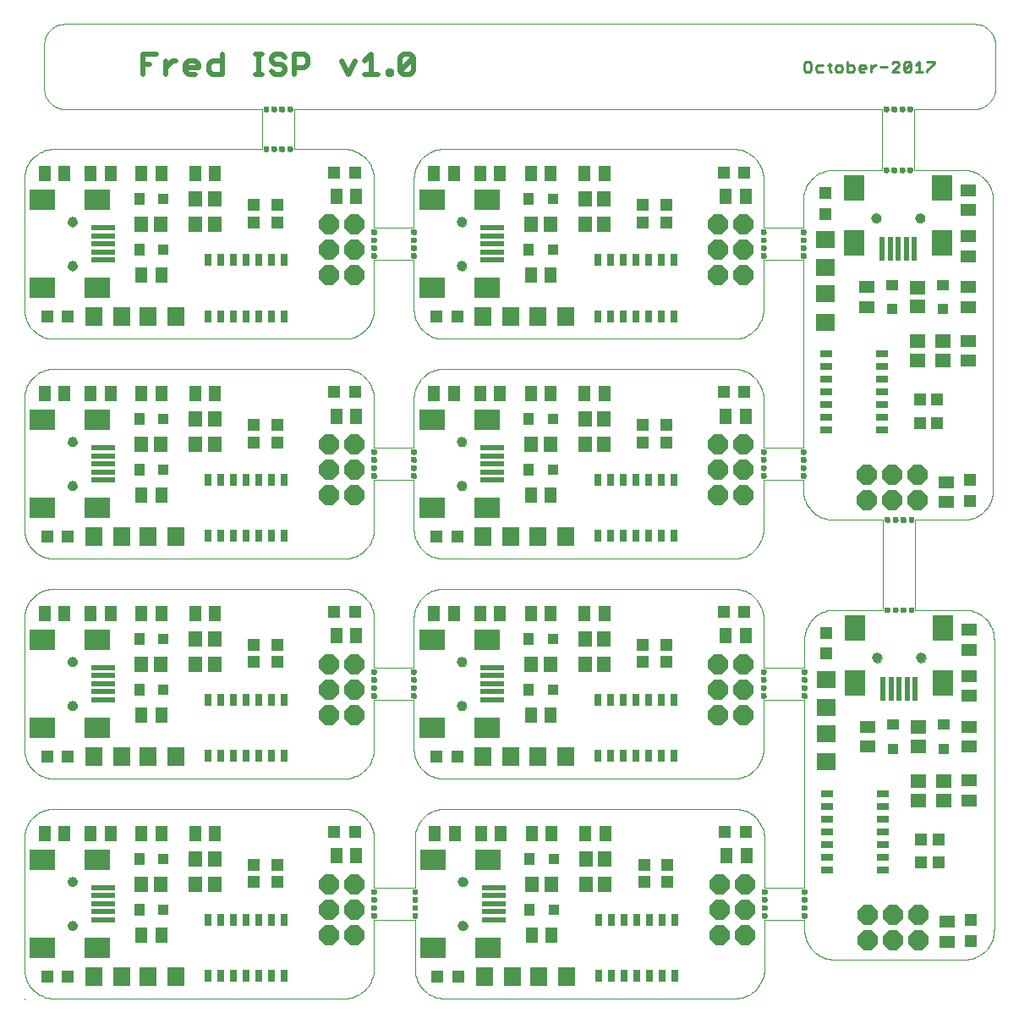
<source format=gts>
G75*
G70*
%OFA0B0*%
%FSLAX24Y24*%
%IPPOS*%
%LPD*%
%AMOC8*
5,1,8,0,0,1.08239X$1,22.5*
%
%ADD10C,0.0000*%
%ADD11C,0.0237*%
%ADD12C,0.0200*%
%ADD13C,0.0100*%
%ADD14R,0.0473X0.0591*%
%ADD15R,0.0512X0.0512*%
%ADD16OC8,0.0780*%
%ADD17R,0.0985X0.0827*%
%ADD18R,0.0949X0.0237*%
%ADD19C,0.0394*%
%ADD20R,0.0276X0.0512*%
%ADD21R,0.0394X0.0473*%
%ADD22R,0.0394X0.0394*%
%ADD23R,0.0670X0.0749*%
%ADD24R,0.0552X0.0631*%
%ADD25R,0.0512X0.0473*%
%ADD26R,0.0591X0.0473*%
%ADD27R,0.0827X0.0985*%
%ADD28R,0.0237X0.0949*%
%ADD29R,0.0512X0.0276*%
%ADD30R,0.0473X0.0394*%
%ADD31R,0.0749X0.0670*%
%ADD32R,0.0631X0.0552*%
%ADD33R,0.0473X0.0512*%
D10*
X000436Y000386D02*
X000436Y000425D01*
X001617Y000425D02*
X013034Y000425D01*
X013100Y000427D01*
X013166Y000432D01*
X013232Y000442D01*
X013297Y000455D01*
X013361Y000471D01*
X013424Y000491D01*
X013486Y000515D01*
X013546Y000542D01*
X013605Y000572D01*
X013662Y000606D01*
X013717Y000643D01*
X013770Y000683D01*
X013821Y000725D01*
X013869Y000771D01*
X013915Y000819D01*
X013957Y000870D01*
X013997Y000923D01*
X014034Y000978D01*
X014068Y001035D01*
X014098Y001094D01*
X014125Y001154D01*
X014149Y001216D01*
X014169Y001279D01*
X014185Y001343D01*
X014198Y001408D01*
X014208Y001474D01*
X014213Y001540D01*
X014215Y001606D01*
X014216Y001606D02*
X014216Y003535D01*
X015830Y003535D01*
X015830Y001606D01*
X015832Y001540D01*
X015837Y001474D01*
X015847Y001408D01*
X015860Y001343D01*
X015876Y001279D01*
X015896Y001216D01*
X015920Y001154D01*
X015947Y001094D01*
X015977Y001035D01*
X016011Y000978D01*
X016048Y000923D01*
X016088Y000870D01*
X016130Y000819D01*
X016176Y000771D01*
X016224Y000725D01*
X016275Y000683D01*
X016328Y000643D01*
X016383Y000606D01*
X016440Y000572D01*
X016499Y000542D01*
X016559Y000515D01*
X016621Y000491D01*
X016684Y000471D01*
X016748Y000455D01*
X016813Y000442D01*
X016879Y000432D01*
X016945Y000427D01*
X017011Y000425D01*
X028428Y000425D01*
X028494Y000427D01*
X028560Y000432D01*
X028626Y000442D01*
X028691Y000455D01*
X028755Y000471D01*
X028818Y000491D01*
X028880Y000515D01*
X028940Y000542D01*
X028999Y000572D01*
X029056Y000606D01*
X029111Y000643D01*
X029164Y000683D01*
X029215Y000725D01*
X029263Y000771D01*
X029309Y000819D01*
X029351Y000870D01*
X029391Y000923D01*
X029428Y000978D01*
X029462Y001035D01*
X029492Y001094D01*
X029519Y001154D01*
X029543Y001216D01*
X029563Y001279D01*
X029579Y001343D01*
X029592Y001408D01*
X029602Y001474D01*
X029607Y001540D01*
X029609Y001606D01*
X029609Y003535D01*
X031184Y003535D01*
X031184Y003142D01*
X031086Y003693D02*
X031088Y003712D01*
X031093Y003731D01*
X031103Y003747D01*
X031115Y003762D01*
X031130Y003774D01*
X031146Y003784D01*
X031165Y003789D01*
X031184Y003791D01*
X031203Y003789D01*
X031222Y003784D01*
X031238Y003774D01*
X031253Y003762D01*
X031265Y003747D01*
X031275Y003731D01*
X031280Y003712D01*
X031282Y003693D01*
X031280Y003674D01*
X031275Y003655D01*
X031265Y003639D01*
X031253Y003624D01*
X031238Y003612D01*
X031222Y003602D01*
X031203Y003597D01*
X031184Y003595D01*
X031165Y003597D01*
X031146Y003602D01*
X031130Y003612D01*
X031115Y003624D01*
X031103Y003639D01*
X031093Y003655D01*
X031088Y003674D01*
X031086Y003693D01*
X031086Y004008D02*
X031088Y004027D01*
X031093Y004046D01*
X031103Y004062D01*
X031115Y004077D01*
X031130Y004089D01*
X031146Y004099D01*
X031165Y004104D01*
X031184Y004106D01*
X031203Y004104D01*
X031222Y004099D01*
X031238Y004089D01*
X031253Y004077D01*
X031265Y004062D01*
X031275Y004046D01*
X031280Y004027D01*
X031282Y004008D01*
X031280Y003989D01*
X031275Y003970D01*
X031265Y003954D01*
X031253Y003939D01*
X031238Y003927D01*
X031222Y003917D01*
X031203Y003912D01*
X031184Y003910D01*
X031165Y003912D01*
X031146Y003917D01*
X031130Y003927D01*
X031115Y003939D01*
X031103Y003954D01*
X031093Y003970D01*
X031088Y003989D01*
X031086Y004008D01*
X031086Y004323D02*
X031088Y004342D01*
X031093Y004361D01*
X031103Y004377D01*
X031115Y004392D01*
X031130Y004404D01*
X031146Y004414D01*
X031165Y004419D01*
X031184Y004421D01*
X031203Y004419D01*
X031222Y004414D01*
X031238Y004404D01*
X031253Y004392D01*
X031265Y004377D01*
X031275Y004361D01*
X031280Y004342D01*
X031282Y004323D01*
X031280Y004304D01*
X031275Y004285D01*
X031265Y004269D01*
X031253Y004254D01*
X031238Y004242D01*
X031222Y004232D01*
X031203Y004227D01*
X031184Y004225D01*
X031165Y004227D01*
X031146Y004232D01*
X031130Y004242D01*
X031115Y004254D01*
X031103Y004269D01*
X031093Y004285D01*
X031088Y004304D01*
X031086Y004323D01*
X031086Y004638D02*
X031088Y004657D01*
X031093Y004676D01*
X031103Y004692D01*
X031115Y004707D01*
X031130Y004719D01*
X031146Y004729D01*
X031165Y004734D01*
X031184Y004736D01*
X031203Y004734D01*
X031222Y004729D01*
X031238Y004719D01*
X031253Y004707D01*
X031265Y004692D01*
X031275Y004676D01*
X031280Y004657D01*
X031282Y004638D01*
X031280Y004619D01*
X031275Y004600D01*
X031265Y004584D01*
X031253Y004569D01*
X031238Y004557D01*
X031222Y004547D01*
X031203Y004542D01*
X031184Y004540D01*
X031165Y004542D01*
X031146Y004547D01*
X031130Y004557D01*
X031115Y004569D01*
X031103Y004584D01*
X031093Y004600D01*
X031088Y004619D01*
X031086Y004638D01*
X031184Y004795D02*
X029609Y004795D01*
X029609Y006724D01*
X029607Y006790D01*
X029602Y006856D01*
X029592Y006922D01*
X029579Y006987D01*
X029563Y007051D01*
X029543Y007114D01*
X029519Y007176D01*
X029492Y007236D01*
X029462Y007295D01*
X029428Y007352D01*
X029391Y007407D01*
X029351Y007460D01*
X029309Y007511D01*
X029263Y007559D01*
X029215Y007605D01*
X029164Y007647D01*
X029111Y007687D01*
X029056Y007724D01*
X028999Y007758D01*
X028940Y007788D01*
X028880Y007815D01*
X028818Y007839D01*
X028755Y007859D01*
X028691Y007875D01*
X028626Y007888D01*
X028560Y007898D01*
X028494Y007903D01*
X028428Y007905D01*
X017011Y007905D01*
X016945Y007903D01*
X016879Y007898D01*
X016813Y007888D01*
X016748Y007875D01*
X016684Y007859D01*
X016621Y007839D01*
X016559Y007815D01*
X016499Y007788D01*
X016440Y007758D01*
X016383Y007724D01*
X016328Y007687D01*
X016275Y007647D01*
X016224Y007605D01*
X016176Y007559D01*
X016130Y007511D01*
X016088Y007460D01*
X016048Y007407D01*
X016011Y007352D01*
X015977Y007295D01*
X015947Y007236D01*
X015920Y007176D01*
X015896Y007114D01*
X015876Y007051D01*
X015860Y006987D01*
X015847Y006922D01*
X015837Y006856D01*
X015832Y006790D01*
X015830Y006724D01*
X015830Y004795D01*
X014216Y004795D01*
X014216Y006724D01*
X014215Y006724D02*
X014213Y006790D01*
X014208Y006856D01*
X014198Y006922D01*
X014185Y006987D01*
X014169Y007051D01*
X014149Y007114D01*
X014125Y007176D01*
X014098Y007236D01*
X014068Y007295D01*
X014034Y007352D01*
X013997Y007407D01*
X013957Y007460D01*
X013915Y007511D01*
X013869Y007559D01*
X013821Y007605D01*
X013770Y007647D01*
X013717Y007687D01*
X013662Y007724D01*
X013605Y007758D01*
X013546Y007788D01*
X013486Y007815D01*
X013424Y007839D01*
X013361Y007859D01*
X013297Y007875D01*
X013232Y007888D01*
X013166Y007898D01*
X013100Y007903D01*
X013034Y007905D01*
X001617Y007905D01*
X001551Y007903D01*
X001485Y007898D01*
X001419Y007888D01*
X001354Y007875D01*
X001290Y007859D01*
X001227Y007839D01*
X001165Y007815D01*
X001105Y007788D01*
X001046Y007758D01*
X000989Y007724D01*
X000934Y007687D01*
X000881Y007647D01*
X000830Y007605D01*
X000782Y007559D01*
X000736Y007511D01*
X000694Y007460D01*
X000654Y007407D01*
X000617Y007352D01*
X000583Y007295D01*
X000553Y007236D01*
X000526Y007176D01*
X000502Y007114D01*
X000482Y007051D01*
X000466Y006987D01*
X000453Y006922D01*
X000443Y006856D01*
X000438Y006790D01*
X000436Y006724D01*
X000436Y001606D01*
X000438Y001540D01*
X000443Y001474D01*
X000453Y001408D01*
X000466Y001343D01*
X000482Y001279D01*
X000502Y001216D01*
X000526Y001154D01*
X000553Y001094D01*
X000583Y001035D01*
X000617Y000978D01*
X000654Y000923D01*
X000694Y000870D01*
X000736Y000819D01*
X000782Y000771D01*
X000830Y000725D01*
X000881Y000683D01*
X000934Y000643D01*
X000989Y000606D01*
X001046Y000572D01*
X001105Y000542D01*
X001165Y000515D01*
X001227Y000491D01*
X001290Y000471D01*
X001354Y000455D01*
X001419Y000442D01*
X001485Y000432D01*
X001551Y000427D01*
X001617Y000425D01*
X002153Y003299D02*
X002155Y003325D01*
X002161Y003351D01*
X002171Y003376D01*
X002184Y003399D01*
X002200Y003419D01*
X002220Y003437D01*
X002242Y003452D01*
X002265Y003464D01*
X002291Y003472D01*
X002317Y003476D01*
X002343Y003476D01*
X002369Y003472D01*
X002395Y003464D01*
X002419Y003452D01*
X002440Y003437D01*
X002460Y003419D01*
X002476Y003399D01*
X002489Y003376D01*
X002499Y003351D01*
X002505Y003325D01*
X002507Y003299D01*
X002505Y003273D01*
X002499Y003247D01*
X002489Y003222D01*
X002476Y003199D01*
X002460Y003179D01*
X002440Y003161D01*
X002418Y003146D01*
X002395Y003134D01*
X002369Y003126D01*
X002343Y003122D01*
X002317Y003122D01*
X002291Y003126D01*
X002265Y003134D01*
X002241Y003146D01*
X002220Y003161D01*
X002200Y003179D01*
X002184Y003199D01*
X002171Y003222D01*
X002161Y003247D01*
X002155Y003273D01*
X002153Y003299D01*
X002153Y005031D02*
X002155Y005057D01*
X002161Y005083D01*
X002171Y005108D01*
X002184Y005131D01*
X002200Y005151D01*
X002220Y005169D01*
X002242Y005184D01*
X002265Y005196D01*
X002291Y005204D01*
X002317Y005208D01*
X002343Y005208D01*
X002369Y005204D01*
X002395Y005196D01*
X002419Y005184D01*
X002440Y005169D01*
X002460Y005151D01*
X002476Y005131D01*
X002489Y005108D01*
X002499Y005083D01*
X002505Y005057D01*
X002507Y005031D01*
X002505Y005005D01*
X002499Y004979D01*
X002489Y004954D01*
X002476Y004931D01*
X002460Y004911D01*
X002440Y004893D01*
X002418Y004878D01*
X002395Y004866D01*
X002369Y004858D01*
X002343Y004854D01*
X002317Y004854D01*
X002291Y004858D01*
X002265Y004866D01*
X002241Y004878D01*
X002220Y004893D01*
X002200Y004911D01*
X002184Y004931D01*
X002171Y004954D01*
X002161Y004979D01*
X002155Y005005D01*
X002153Y005031D01*
X001617Y009086D02*
X013034Y009086D01*
X013034Y009087D02*
X013100Y009089D01*
X013166Y009094D01*
X013232Y009104D01*
X013297Y009117D01*
X013361Y009133D01*
X013424Y009153D01*
X013486Y009177D01*
X013546Y009204D01*
X013605Y009234D01*
X013662Y009268D01*
X013717Y009305D01*
X013770Y009345D01*
X013821Y009387D01*
X013869Y009433D01*
X013915Y009481D01*
X013957Y009532D01*
X013997Y009585D01*
X014034Y009640D01*
X014068Y009697D01*
X014098Y009756D01*
X014125Y009816D01*
X014149Y009878D01*
X014169Y009941D01*
X014185Y010005D01*
X014198Y010070D01*
X014208Y010136D01*
X014213Y010202D01*
X014215Y010268D01*
X014216Y010268D02*
X014216Y012197D01*
X015790Y012197D01*
X015790Y010268D01*
X015792Y010202D01*
X015797Y010136D01*
X015807Y010070D01*
X015820Y010005D01*
X015836Y009941D01*
X015856Y009878D01*
X015880Y009816D01*
X015907Y009756D01*
X015937Y009697D01*
X015971Y009640D01*
X016008Y009585D01*
X016048Y009532D01*
X016090Y009481D01*
X016136Y009433D01*
X016184Y009387D01*
X016235Y009345D01*
X016288Y009305D01*
X016343Y009268D01*
X016400Y009234D01*
X016459Y009204D01*
X016519Y009177D01*
X016581Y009153D01*
X016644Y009133D01*
X016708Y009117D01*
X016773Y009104D01*
X016839Y009094D01*
X016905Y009089D01*
X016971Y009087D01*
X016971Y009086D02*
X028389Y009086D01*
X028389Y009087D02*
X028455Y009089D01*
X028521Y009094D01*
X028587Y009104D01*
X028652Y009117D01*
X028716Y009133D01*
X028779Y009153D01*
X028841Y009177D01*
X028901Y009204D01*
X028960Y009234D01*
X029017Y009268D01*
X029072Y009305D01*
X029125Y009345D01*
X029176Y009387D01*
X029224Y009433D01*
X029270Y009481D01*
X029312Y009532D01*
X029352Y009585D01*
X029389Y009640D01*
X029423Y009697D01*
X029453Y009756D01*
X029480Y009816D01*
X029504Y009878D01*
X029524Y009941D01*
X029540Y010005D01*
X029553Y010070D01*
X029563Y010136D01*
X029568Y010202D01*
X029570Y010268D01*
X029570Y012197D01*
X031184Y012197D01*
X031184Y004795D01*
X029511Y004638D02*
X029513Y004657D01*
X029518Y004676D01*
X029528Y004692D01*
X029540Y004707D01*
X029555Y004719D01*
X029571Y004729D01*
X029590Y004734D01*
X029609Y004736D01*
X029628Y004734D01*
X029647Y004729D01*
X029663Y004719D01*
X029678Y004707D01*
X029690Y004692D01*
X029700Y004676D01*
X029705Y004657D01*
X029707Y004638D01*
X029705Y004619D01*
X029700Y004600D01*
X029690Y004584D01*
X029678Y004569D01*
X029663Y004557D01*
X029647Y004547D01*
X029628Y004542D01*
X029609Y004540D01*
X029590Y004542D01*
X029571Y004547D01*
X029555Y004557D01*
X029540Y004569D01*
X029528Y004584D01*
X029518Y004600D01*
X029513Y004619D01*
X029511Y004638D01*
X029511Y004323D02*
X029513Y004342D01*
X029518Y004361D01*
X029528Y004377D01*
X029540Y004392D01*
X029555Y004404D01*
X029571Y004414D01*
X029590Y004419D01*
X029609Y004421D01*
X029628Y004419D01*
X029647Y004414D01*
X029663Y004404D01*
X029678Y004392D01*
X029690Y004377D01*
X029700Y004361D01*
X029705Y004342D01*
X029707Y004323D01*
X029705Y004304D01*
X029700Y004285D01*
X029690Y004269D01*
X029678Y004254D01*
X029663Y004242D01*
X029647Y004232D01*
X029628Y004227D01*
X029609Y004225D01*
X029590Y004227D01*
X029571Y004232D01*
X029555Y004242D01*
X029540Y004254D01*
X029528Y004269D01*
X029518Y004285D01*
X029513Y004304D01*
X029511Y004323D01*
X029511Y004008D02*
X029513Y004027D01*
X029518Y004046D01*
X029528Y004062D01*
X029540Y004077D01*
X029555Y004089D01*
X029571Y004099D01*
X029590Y004104D01*
X029609Y004106D01*
X029628Y004104D01*
X029647Y004099D01*
X029663Y004089D01*
X029678Y004077D01*
X029690Y004062D01*
X029700Y004046D01*
X029705Y004027D01*
X029707Y004008D01*
X029705Y003989D01*
X029700Y003970D01*
X029690Y003954D01*
X029678Y003939D01*
X029663Y003927D01*
X029647Y003917D01*
X029628Y003912D01*
X029609Y003910D01*
X029590Y003912D01*
X029571Y003917D01*
X029555Y003927D01*
X029540Y003939D01*
X029528Y003954D01*
X029518Y003970D01*
X029513Y003989D01*
X029511Y004008D01*
X029511Y003693D02*
X029513Y003712D01*
X029518Y003731D01*
X029528Y003747D01*
X029540Y003762D01*
X029555Y003774D01*
X029571Y003784D01*
X029590Y003789D01*
X029609Y003791D01*
X029628Y003789D01*
X029647Y003784D01*
X029663Y003774D01*
X029678Y003762D01*
X029690Y003747D01*
X029700Y003731D01*
X029705Y003712D01*
X029707Y003693D01*
X029705Y003674D01*
X029700Y003655D01*
X029690Y003639D01*
X029678Y003624D01*
X029663Y003612D01*
X029647Y003602D01*
X029628Y003597D01*
X029609Y003595D01*
X029590Y003597D01*
X029571Y003602D01*
X029555Y003612D01*
X029540Y003624D01*
X029528Y003639D01*
X029518Y003655D01*
X029513Y003674D01*
X029511Y003693D01*
X031184Y003142D02*
X031186Y003076D01*
X031191Y003010D01*
X031201Y002944D01*
X031214Y002879D01*
X031230Y002815D01*
X031250Y002752D01*
X031274Y002690D01*
X031301Y002630D01*
X031331Y002571D01*
X031365Y002514D01*
X031402Y002459D01*
X031442Y002406D01*
X031484Y002355D01*
X031530Y002307D01*
X031578Y002261D01*
X031629Y002219D01*
X031682Y002179D01*
X031737Y002142D01*
X031794Y002108D01*
X031853Y002078D01*
X031913Y002051D01*
X031975Y002027D01*
X032038Y002007D01*
X032102Y001991D01*
X032167Y001978D01*
X032233Y001968D01*
X032299Y001963D01*
X032365Y001961D01*
X032365Y001960D02*
X037483Y001960D01*
X037483Y001961D02*
X037549Y001963D01*
X037615Y001968D01*
X037681Y001978D01*
X037746Y001991D01*
X037810Y002007D01*
X037873Y002027D01*
X037935Y002051D01*
X037995Y002078D01*
X038054Y002108D01*
X038111Y002142D01*
X038166Y002179D01*
X038219Y002219D01*
X038270Y002261D01*
X038318Y002307D01*
X038364Y002355D01*
X038406Y002406D01*
X038446Y002459D01*
X038483Y002514D01*
X038517Y002571D01*
X038547Y002630D01*
X038574Y002690D01*
X038598Y002752D01*
X038618Y002815D01*
X038634Y002879D01*
X038647Y002944D01*
X038657Y003010D01*
X038662Y003076D01*
X038664Y003142D01*
X038664Y014559D01*
X038662Y014625D01*
X038657Y014691D01*
X038647Y014757D01*
X038634Y014822D01*
X038618Y014886D01*
X038598Y014949D01*
X038574Y015011D01*
X038547Y015071D01*
X038517Y015130D01*
X038483Y015187D01*
X038446Y015242D01*
X038406Y015295D01*
X038364Y015346D01*
X038318Y015394D01*
X038270Y015440D01*
X038219Y015482D01*
X038166Y015522D01*
X038111Y015559D01*
X038054Y015593D01*
X037995Y015623D01*
X037935Y015650D01*
X037873Y015674D01*
X037810Y015694D01*
X037746Y015710D01*
X037681Y015723D01*
X037615Y015733D01*
X037549Y015738D01*
X037483Y015740D01*
X035554Y015740D01*
X035554Y019283D01*
X037444Y019283D01*
X037510Y019285D01*
X037576Y019290D01*
X037642Y019300D01*
X037707Y019313D01*
X037771Y019329D01*
X037834Y019349D01*
X037896Y019373D01*
X037956Y019400D01*
X038015Y019430D01*
X038072Y019464D01*
X038127Y019501D01*
X038180Y019541D01*
X038231Y019583D01*
X038279Y019629D01*
X038325Y019677D01*
X038367Y019728D01*
X038407Y019781D01*
X038444Y019836D01*
X038478Y019893D01*
X038508Y019952D01*
X038535Y020012D01*
X038559Y020074D01*
X038579Y020137D01*
X038595Y020201D01*
X038608Y020266D01*
X038618Y020332D01*
X038623Y020398D01*
X038625Y020464D01*
X038625Y031882D01*
X038623Y031948D01*
X038618Y032014D01*
X038608Y032080D01*
X038595Y032145D01*
X038579Y032209D01*
X038559Y032272D01*
X038535Y032334D01*
X038508Y032394D01*
X038478Y032453D01*
X038444Y032510D01*
X038407Y032565D01*
X038367Y032618D01*
X038325Y032669D01*
X038279Y032717D01*
X038231Y032763D01*
X038180Y032805D01*
X038127Y032845D01*
X038072Y032882D01*
X038015Y032916D01*
X037956Y032946D01*
X037896Y032973D01*
X037834Y032997D01*
X037771Y033017D01*
X037707Y033033D01*
X037642Y033046D01*
X037576Y033056D01*
X037510Y033061D01*
X037444Y033063D01*
X035515Y033063D01*
X035515Y035464D01*
X037916Y035464D01*
X037916Y035465D02*
X037970Y035467D01*
X038023Y035472D01*
X038076Y035481D01*
X038128Y035494D01*
X038180Y035510D01*
X038230Y035530D01*
X038278Y035553D01*
X038325Y035580D01*
X038370Y035609D01*
X038413Y035642D01*
X038453Y035677D01*
X038491Y035715D01*
X038526Y035755D01*
X038559Y035798D01*
X038588Y035843D01*
X038615Y035890D01*
X038638Y035938D01*
X038658Y035988D01*
X038674Y036040D01*
X038687Y036092D01*
X038696Y036145D01*
X038701Y036198D01*
X038703Y036252D01*
X038704Y036252D02*
X038704Y038023D01*
X038703Y038023D02*
X038701Y038077D01*
X038696Y038130D01*
X038687Y038183D01*
X038674Y038235D01*
X038658Y038287D01*
X038638Y038337D01*
X038615Y038385D01*
X038588Y038432D01*
X038559Y038477D01*
X038526Y038520D01*
X038491Y038560D01*
X038453Y038598D01*
X038413Y038633D01*
X038370Y038666D01*
X038325Y038695D01*
X038278Y038722D01*
X038230Y038745D01*
X038180Y038765D01*
X038128Y038781D01*
X038076Y038794D01*
X038023Y038803D01*
X037970Y038808D01*
X037916Y038810D01*
X037916Y038811D02*
X002011Y038811D01*
X002011Y038810D02*
X001957Y038808D01*
X001904Y038803D01*
X001851Y038794D01*
X001799Y038781D01*
X001747Y038765D01*
X001697Y038745D01*
X001649Y038722D01*
X001602Y038695D01*
X001557Y038666D01*
X001514Y038633D01*
X001474Y038598D01*
X001436Y038560D01*
X001401Y038520D01*
X001368Y038477D01*
X001339Y038432D01*
X001312Y038385D01*
X001289Y038337D01*
X001269Y038287D01*
X001253Y038235D01*
X001240Y038183D01*
X001231Y038130D01*
X001226Y038077D01*
X001224Y038023D01*
X001223Y038023D02*
X001223Y036252D01*
X001224Y036252D02*
X001226Y036198D01*
X001231Y036145D01*
X001240Y036092D01*
X001253Y036040D01*
X001269Y035988D01*
X001289Y035938D01*
X001312Y035890D01*
X001339Y035843D01*
X001368Y035798D01*
X001401Y035755D01*
X001436Y035715D01*
X001474Y035677D01*
X001514Y035642D01*
X001557Y035609D01*
X001602Y035580D01*
X001649Y035553D01*
X001697Y035530D01*
X001747Y035510D01*
X001799Y035494D01*
X001851Y035481D01*
X001904Y035472D01*
X001957Y035467D01*
X002011Y035465D01*
X002011Y035464D02*
X009806Y035464D01*
X009806Y033890D01*
X001617Y033890D01*
X001617Y033889D02*
X001551Y033887D01*
X001485Y033882D01*
X001419Y033872D01*
X001354Y033859D01*
X001290Y033843D01*
X001227Y033823D01*
X001165Y033799D01*
X001105Y033772D01*
X001046Y033742D01*
X000989Y033708D01*
X000934Y033671D01*
X000881Y033631D01*
X000830Y033589D01*
X000782Y033543D01*
X000736Y033495D01*
X000694Y033444D01*
X000654Y033391D01*
X000617Y033336D01*
X000583Y033279D01*
X000553Y033220D01*
X000526Y033160D01*
X000502Y033098D01*
X000482Y033035D01*
X000466Y032971D01*
X000453Y032906D01*
X000443Y032840D01*
X000438Y032774D01*
X000436Y032708D01*
X000436Y027590D01*
X000438Y027524D01*
X000443Y027458D01*
X000453Y027392D01*
X000466Y027327D01*
X000482Y027263D01*
X000502Y027200D01*
X000526Y027138D01*
X000553Y027078D01*
X000583Y027019D01*
X000617Y026962D01*
X000654Y026907D01*
X000694Y026854D01*
X000736Y026803D01*
X000782Y026755D01*
X000830Y026709D01*
X000881Y026667D01*
X000934Y026627D01*
X000989Y026590D01*
X001046Y026556D01*
X001105Y026526D01*
X001165Y026499D01*
X001227Y026475D01*
X001290Y026455D01*
X001354Y026439D01*
X001419Y026426D01*
X001485Y026416D01*
X001551Y026411D01*
X001617Y026409D01*
X013034Y026409D01*
X013034Y025228D02*
X001617Y025228D01*
X001551Y025226D01*
X001485Y025221D01*
X001419Y025211D01*
X001354Y025198D01*
X001290Y025182D01*
X001227Y025162D01*
X001165Y025138D01*
X001105Y025111D01*
X001046Y025081D01*
X000989Y025047D01*
X000934Y025010D01*
X000881Y024970D01*
X000830Y024928D01*
X000782Y024882D01*
X000736Y024834D01*
X000694Y024783D01*
X000654Y024730D01*
X000617Y024675D01*
X000583Y024618D01*
X000553Y024559D01*
X000526Y024499D01*
X000502Y024437D01*
X000482Y024374D01*
X000466Y024310D01*
X000453Y024245D01*
X000443Y024179D01*
X000438Y024113D01*
X000436Y024047D01*
X000436Y018929D01*
X000438Y018863D01*
X000443Y018797D01*
X000453Y018731D01*
X000466Y018666D01*
X000482Y018602D01*
X000502Y018539D01*
X000526Y018477D01*
X000553Y018417D01*
X000583Y018358D01*
X000617Y018301D01*
X000654Y018246D01*
X000694Y018193D01*
X000736Y018142D01*
X000782Y018094D01*
X000830Y018048D01*
X000881Y018006D01*
X000934Y017966D01*
X000989Y017929D01*
X001046Y017895D01*
X001105Y017865D01*
X001165Y017838D01*
X001227Y017814D01*
X001290Y017794D01*
X001354Y017778D01*
X001419Y017765D01*
X001485Y017755D01*
X001551Y017750D01*
X001617Y017748D01*
X013034Y017748D01*
X013100Y017750D01*
X013166Y017755D01*
X013232Y017765D01*
X013297Y017778D01*
X013361Y017794D01*
X013424Y017814D01*
X013486Y017838D01*
X013546Y017865D01*
X013605Y017895D01*
X013662Y017929D01*
X013717Y017966D01*
X013770Y018006D01*
X013821Y018048D01*
X013869Y018094D01*
X013915Y018142D01*
X013957Y018193D01*
X013997Y018246D01*
X014034Y018301D01*
X014068Y018358D01*
X014098Y018417D01*
X014125Y018477D01*
X014149Y018539D01*
X014169Y018602D01*
X014185Y018666D01*
X014198Y018731D01*
X014208Y018797D01*
X014213Y018863D01*
X014215Y018929D01*
X014216Y018929D02*
X014216Y020858D01*
X015790Y020858D01*
X015790Y018929D01*
X015792Y018863D01*
X015797Y018797D01*
X015807Y018731D01*
X015820Y018666D01*
X015836Y018602D01*
X015856Y018539D01*
X015880Y018477D01*
X015907Y018417D01*
X015937Y018358D01*
X015971Y018301D01*
X016008Y018246D01*
X016048Y018193D01*
X016090Y018142D01*
X016136Y018094D01*
X016184Y018048D01*
X016235Y018006D01*
X016288Y017966D01*
X016343Y017929D01*
X016400Y017895D01*
X016459Y017865D01*
X016519Y017838D01*
X016581Y017814D01*
X016644Y017794D01*
X016708Y017778D01*
X016773Y017765D01*
X016839Y017755D01*
X016905Y017750D01*
X016971Y017748D01*
X028389Y017748D01*
X028455Y017750D01*
X028521Y017755D01*
X028587Y017765D01*
X028652Y017778D01*
X028716Y017794D01*
X028779Y017814D01*
X028841Y017838D01*
X028901Y017865D01*
X028960Y017895D01*
X029017Y017929D01*
X029072Y017966D01*
X029125Y018006D01*
X029176Y018048D01*
X029224Y018094D01*
X029270Y018142D01*
X029312Y018193D01*
X029352Y018246D01*
X029389Y018301D01*
X029423Y018358D01*
X029453Y018417D01*
X029480Y018477D01*
X029504Y018539D01*
X029524Y018602D01*
X029540Y018666D01*
X029553Y018731D01*
X029563Y018797D01*
X029568Y018863D01*
X029570Y018929D01*
X029570Y020858D01*
X031145Y020858D01*
X031145Y020464D01*
X031047Y021016D02*
X031049Y021035D01*
X031054Y021054D01*
X031064Y021070D01*
X031076Y021085D01*
X031091Y021097D01*
X031107Y021107D01*
X031126Y021112D01*
X031145Y021114D01*
X031164Y021112D01*
X031183Y021107D01*
X031199Y021097D01*
X031214Y021085D01*
X031226Y021070D01*
X031236Y021054D01*
X031241Y021035D01*
X031243Y021016D01*
X031241Y020997D01*
X031236Y020978D01*
X031226Y020962D01*
X031214Y020947D01*
X031199Y020935D01*
X031183Y020925D01*
X031164Y020920D01*
X031145Y020918D01*
X031126Y020920D01*
X031107Y020925D01*
X031091Y020935D01*
X031076Y020947D01*
X031064Y020962D01*
X031054Y020978D01*
X031049Y020997D01*
X031047Y021016D01*
X031047Y021331D02*
X031049Y021350D01*
X031054Y021369D01*
X031064Y021385D01*
X031076Y021400D01*
X031091Y021412D01*
X031107Y021422D01*
X031126Y021427D01*
X031145Y021429D01*
X031164Y021427D01*
X031183Y021422D01*
X031199Y021412D01*
X031214Y021400D01*
X031226Y021385D01*
X031236Y021369D01*
X031241Y021350D01*
X031243Y021331D01*
X031241Y021312D01*
X031236Y021293D01*
X031226Y021277D01*
X031214Y021262D01*
X031199Y021250D01*
X031183Y021240D01*
X031164Y021235D01*
X031145Y021233D01*
X031126Y021235D01*
X031107Y021240D01*
X031091Y021250D01*
X031076Y021262D01*
X031064Y021277D01*
X031054Y021293D01*
X031049Y021312D01*
X031047Y021331D01*
X031047Y021645D02*
X031049Y021664D01*
X031054Y021683D01*
X031064Y021699D01*
X031076Y021714D01*
X031091Y021726D01*
X031107Y021736D01*
X031126Y021741D01*
X031145Y021743D01*
X031164Y021741D01*
X031183Y021736D01*
X031199Y021726D01*
X031214Y021714D01*
X031226Y021699D01*
X031236Y021683D01*
X031241Y021664D01*
X031243Y021645D01*
X031241Y021626D01*
X031236Y021607D01*
X031226Y021591D01*
X031214Y021576D01*
X031199Y021564D01*
X031183Y021554D01*
X031164Y021549D01*
X031145Y021547D01*
X031126Y021549D01*
X031107Y021554D01*
X031091Y021564D01*
X031076Y021576D01*
X031064Y021591D01*
X031054Y021607D01*
X031049Y021626D01*
X031047Y021645D01*
X031047Y021960D02*
X031049Y021979D01*
X031054Y021998D01*
X031064Y022014D01*
X031076Y022029D01*
X031091Y022041D01*
X031107Y022051D01*
X031126Y022056D01*
X031145Y022058D01*
X031164Y022056D01*
X031183Y022051D01*
X031199Y022041D01*
X031214Y022029D01*
X031226Y022014D01*
X031236Y021998D01*
X031241Y021979D01*
X031243Y021960D01*
X031241Y021941D01*
X031236Y021922D01*
X031226Y021906D01*
X031214Y021891D01*
X031199Y021879D01*
X031183Y021869D01*
X031164Y021864D01*
X031145Y021862D01*
X031126Y021864D01*
X031107Y021869D01*
X031091Y021879D01*
X031076Y021891D01*
X031064Y021906D01*
X031054Y021922D01*
X031049Y021941D01*
X031047Y021960D01*
X031145Y022118D02*
X029570Y022118D01*
X029570Y024047D01*
X029568Y024113D01*
X029563Y024179D01*
X029553Y024245D01*
X029540Y024310D01*
X029524Y024374D01*
X029504Y024437D01*
X029480Y024499D01*
X029453Y024559D01*
X029423Y024618D01*
X029389Y024675D01*
X029352Y024730D01*
X029312Y024783D01*
X029270Y024834D01*
X029224Y024882D01*
X029176Y024928D01*
X029125Y024970D01*
X029072Y025010D01*
X029017Y025047D01*
X028960Y025081D01*
X028901Y025111D01*
X028841Y025138D01*
X028779Y025162D01*
X028716Y025182D01*
X028652Y025198D01*
X028587Y025211D01*
X028521Y025221D01*
X028455Y025226D01*
X028389Y025228D01*
X016971Y025228D01*
X016905Y025226D01*
X016839Y025221D01*
X016773Y025211D01*
X016708Y025198D01*
X016644Y025182D01*
X016581Y025162D01*
X016519Y025138D01*
X016459Y025111D01*
X016400Y025081D01*
X016343Y025047D01*
X016288Y025010D01*
X016235Y024970D01*
X016184Y024928D01*
X016136Y024882D01*
X016090Y024834D01*
X016048Y024783D01*
X016008Y024730D01*
X015971Y024675D01*
X015937Y024618D01*
X015907Y024559D01*
X015880Y024499D01*
X015856Y024437D01*
X015836Y024374D01*
X015820Y024310D01*
X015807Y024245D01*
X015797Y024179D01*
X015792Y024113D01*
X015790Y024047D01*
X015790Y022118D01*
X014216Y022118D01*
X014216Y024047D01*
X014215Y024047D02*
X014213Y024113D01*
X014208Y024179D01*
X014198Y024245D01*
X014185Y024310D01*
X014169Y024374D01*
X014149Y024437D01*
X014125Y024499D01*
X014098Y024559D01*
X014068Y024618D01*
X014034Y024675D01*
X013997Y024730D01*
X013957Y024783D01*
X013915Y024834D01*
X013869Y024882D01*
X013821Y024928D01*
X013770Y024970D01*
X013717Y025010D01*
X013662Y025047D01*
X013605Y025081D01*
X013546Y025111D01*
X013486Y025138D01*
X013424Y025162D01*
X013361Y025182D01*
X013297Y025198D01*
X013232Y025211D01*
X013166Y025221D01*
X013100Y025226D01*
X013034Y025228D01*
X013034Y026409D02*
X013100Y026411D01*
X013166Y026416D01*
X013232Y026426D01*
X013297Y026439D01*
X013361Y026455D01*
X013424Y026475D01*
X013486Y026499D01*
X013546Y026526D01*
X013605Y026556D01*
X013662Y026590D01*
X013717Y026627D01*
X013770Y026667D01*
X013821Y026709D01*
X013869Y026755D01*
X013915Y026803D01*
X013957Y026854D01*
X013997Y026907D01*
X014034Y026962D01*
X014068Y027019D01*
X014098Y027078D01*
X014125Y027138D01*
X014149Y027200D01*
X014169Y027263D01*
X014185Y027327D01*
X014198Y027392D01*
X014208Y027458D01*
X014213Y027524D01*
X014215Y027590D01*
X014216Y027590D02*
X014216Y029519D01*
X015790Y029519D01*
X015790Y027590D01*
X015792Y027524D01*
X015797Y027458D01*
X015807Y027392D01*
X015820Y027327D01*
X015836Y027263D01*
X015856Y027200D01*
X015880Y027138D01*
X015907Y027078D01*
X015937Y027019D01*
X015971Y026962D01*
X016008Y026907D01*
X016048Y026854D01*
X016090Y026803D01*
X016136Y026755D01*
X016184Y026709D01*
X016235Y026667D01*
X016288Y026627D01*
X016343Y026590D01*
X016400Y026556D01*
X016459Y026526D01*
X016519Y026499D01*
X016581Y026475D01*
X016644Y026455D01*
X016708Y026439D01*
X016773Y026426D01*
X016839Y026416D01*
X016905Y026411D01*
X016971Y026409D01*
X028389Y026409D01*
X028455Y026411D01*
X028521Y026416D01*
X028587Y026426D01*
X028652Y026439D01*
X028716Y026455D01*
X028779Y026475D01*
X028841Y026499D01*
X028901Y026526D01*
X028960Y026556D01*
X029017Y026590D01*
X029072Y026627D01*
X029125Y026667D01*
X029176Y026709D01*
X029224Y026755D01*
X029270Y026803D01*
X029312Y026854D01*
X029352Y026907D01*
X029389Y026962D01*
X029423Y027019D01*
X029453Y027078D01*
X029480Y027138D01*
X029504Y027200D01*
X029524Y027263D01*
X029540Y027327D01*
X029553Y027392D01*
X029563Y027458D01*
X029568Y027524D01*
X029570Y027590D01*
X029570Y029519D01*
X031145Y029519D01*
X031145Y022118D01*
X029472Y021960D02*
X029474Y021979D01*
X029479Y021998D01*
X029489Y022014D01*
X029501Y022029D01*
X029516Y022041D01*
X029532Y022051D01*
X029551Y022056D01*
X029570Y022058D01*
X029589Y022056D01*
X029608Y022051D01*
X029624Y022041D01*
X029639Y022029D01*
X029651Y022014D01*
X029661Y021998D01*
X029666Y021979D01*
X029668Y021960D01*
X029666Y021941D01*
X029661Y021922D01*
X029651Y021906D01*
X029639Y021891D01*
X029624Y021879D01*
X029608Y021869D01*
X029589Y021864D01*
X029570Y021862D01*
X029551Y021864D01*
X029532Y021869D01*
X029516Y021879D01*
X029501Y021891D01*
X029489Y021906D01*
X029479Y021922D01*
X029474Y021941D01*
X029472Y021960D01*
X029472Y021645D02*
X029474Y021664D01*
X029479Y021683D01*
X029489Y021699D01*
X029501Y021714D01*
X029516Y021726D01*
X029532Y021736D01*
X029551Y021741D01*
X029570Y021743D01*
X029589Y021741D01*
X029608Y021736D01*
X029624Y021726D01*
X029639Y021714D01*
X029651Y021699D01*
X029661Y021683D01*
X029666Y021664D01*
X029668Y021645D01*
X029666Y021626D01*
X029661Y021607D01*
X029651Y021591D01*
X029639Y021576D01*
X029624Y021564D01*
X029608Y021554D01*
X029589Y021549D01*
X029570Y021547D01*
X029551Y021549D01*
X029532Y021554D01*
X029516Y021564D01*
X029501Y021576D01*
X029489Y021591D01*
X029479Y021607D01*
X029474Y021626D01*
X029472Y021645D01*
X029472Y021331D02*
X029474Y021350D01*
X029479Y021369D01*
X029489Y021385D01*
X029501Y021400D01*
X029516Y021412D01*
X029532Y021422D01*
X029551Y021427D01*
X029570Y021429D01*
X029589Y021427D01*
X029608Y021422D01*
X029624Y021412D01*
X029639Y021400D01*
X029651Y021385D01*
X029661Y021369D01*
X029666Y021350D01*
X029668Y021331D01*
X029666Y021312D01*
X029661Y021293D01*
X029651Y021277D01*
X029639Y021262D01*
X029624Y021250D01*
X029608Y021240D01*
X029589Y021235D01*
X029570Y021233D01*
X029551Y021235D01*
X029532Y021240D01*
X029516Y021250D01*
X029501Y021262D01*
X029489Y021277D01*
X029479Y021293D01*
X029474Y021312D01*
X029472Y021331D01*
X029472Y021016D02*
X029474Y021035D01*
X029479Y021054D01*
X029489Y021070D01*
X029501Y021085D01*
X029516Y021097D01*
X029532Y021107D01*
X029551Y021112D01*
X029570Y021114D01*
X029589Y021112D01*
X029608Y021107D01*
X029624Y021097D01*
X029639Y021085D01*
X029651Y021070D01*
X029661Y021054D01*
X029666Y021035D01*
X029668Y021016D01*
X029666Y020997D01*
X029661Y020978D01*
X029651Y020962D01*
X029639Y020947D01*
X029624Y020935D01*
X029608Y020925D01*
X029589Y020920D01*
X029570Y020918D01*
X029551Y020920D01*
X029532Y020925D01*
X029516Y020935D01*
X029501Y020947D01*
X029489Y020962D01*
X029479Y020978D01*
X029474Y020997D01*
X029472Y021016D01*
X031145Y020464D02*
X031147Y020398D01*
X031152Y020332D01*
X031162Y020266D01*
X031175Y020201D01*
X031191Y020137D01*
X031211Y020074D01*
X031235Y020012D01*
X031262Y019952D01*
X031292Y019893D01*
X031326Y019836D01*
X031363Y019781D01*
X031403Y019728D01*
X031445Y019677D01*
X031491Y019629D01*
X031539Y019583D01*
X031590Y019541D01*
X031643Y019501D01*
X031698Y019464D01*
X031755Y019430D01*
X031814Y019400D01*
X031874Y019373D01*
X031936Y019349D01*
X031999Y019329D01*
X032063Y019313D01*
X032128Y019300D01*
X032194Y019290D01*
X032260Y019285D01*
X032326Y019283D01*
X034294Y019283D01*
X034294Y015740D01*
X032365Y015740D01*
X032299Y015738D01*
X032233Y015733D01*
X032167Y015723D01*
X032102Y015710D01*
X032038Y015694D01*
X031975Y015674D01*
X031913Y015650D01*
X031853Y015623D01*
X031794Y015593D01*
X031737Y015559D01*
X031682Y015522D01*
X031629Y015482D01*
X031578Y015440D01*
X031530Y015394D01*
X031484Y015346D01*
X031442Y015295D01*
X031402Y015242D01*
X031365Y015187D01*
X031331Y015130D01*
X031301Y015071D01*
X031274Y015011D01*
X031250Y014949D01*
X031230Y014886D01*
X031214Y014822D01*
X031201Y014757D01*
X031191Y014691D01*
X031186Y014625D01*
X031184Y014559D01*
X031184Y013456D01*
X029570Y013456D01*
X029570Y015386D01*
X029568Y015452D01*
X029563Y015518D01*
X029553Y015584D01*
X029540Y015649D01*
X029524Y015713D01*
X029504Y015776D01*
X029480Y015838D01*
X029453Y015898D01*
X029423Y015957D01*
X029389Y016014D01*
X029352Y016069D01*
X029312Y016122D01*
X029270Y016173D01*
X029224Y016221D01*
X029176Y016267D01*
X029125Y016309D01*
X029072Y016349D01*
X029017Y016386D01*
X028960Y016420D01*
X028901Y016450D01*
X028841Y016477D01*
X028779Y016501D01*
X028716Y016521D01*
X028652Y016537D01*
X028587Y016550D01*
X028521Y016560D01*
X028455Y016565D01*
X028389Y016567D01*
X016971Y016567D01*
X016905Y016565D01*
X016839Y016560D01*
X016773Y016550D01*
X016708Y016537D01*
X016644Y016521D01*
X016581Y016501D01*
X016519Y016477D01*
X016459Y016450D01*
X016400Y016420D01*
X016343Y016386D01*
X016288Y016349D01*
X016235Y016309D01*
X016184Y016267D01*
X016136Y016221D01*
X016090Y016173D01*
X016048Y016122D01*
X016008Y016069D01*
X015971Y016014D01*
X015937Y015957D01*
X015907Y015898D01*
X015880Y015838D01*
X015856Y015776D01*
X015836Y015713D01*
X015820Y015649D01*
X015807Y015584D01*
X015797Y015518D01*
X015792Y015452D01*
X015790Y015386D01*
X015790Y013456D01*
X014216Y013456D01*
X014216Y015386D01*
X014215Y015386D02*
X014213Y015452D01*
X014208Y015518D01*
X014198Y015584D01*
X014185Y015649D01*
X014169Y015713D01*
X014149Y015776D01*
X014125Y015838D01*
X014098Y015898D01*
X014068Y015957D01*
X014034Y016014D01*
X013997Y016069D01*
X013957Y016122D01*
X013915Y016173D01*
X013869Y016221D01*
X013821Y016267D01*
X013770Y016309D01*
X013717Y016349D01*
X013662Y016386D01*
X013605Y016420D01*
X013546Y016450D01*
X013486Y016477D01*
X013424Y016501D01*
X013361Y016521D01*
X013297Y016537D01*
X013232Y016550D01*
X013166Y016560D01*
X013100Y016565D01*
X013034Y016567D01*
X001617Y016567D01*
X001551Y016565D01*
X001485Y016560D01*
X001419Y016550D01*
X001354Y016537D01*
X001290Y016521D01*
X001227Y016501D01*
X001165Y016477D01*
X001105Y016450D01*
X001046Y016420D01*
X000989Y016386D01*
X000934Y016349D01*
X000881Y016309D01*
X000830Y016267D01*
X000782Y016221D01*
X000736Y016173D01*
X000694Y016122D01*
X000654Y016069D01*
X000617Y016014D01*
X000583Y015957D01*
X000553Y015898D01*
X000526Y015838D01*
X000502Y015776D01*
X000482Y015713D01*
X000466Y015649D01*
X000453Y015584D01*
X000443Y015518D01*
X000438Y015452D01*
X000436Y015386D01*
X000436Y010268D01*
X000438Y010202D01*
X000443Y010136D01*
X000453Y010070D01*
X000466Y010005D01*
X000482Y009941D01*
X000502Y009878D01*
X000526Y009816D01*
X000553Y009756D01*
X000583Y009697D01*
X000617Y009640D01*
X000654Y009585D01*
X000694Y009532D01*
X000736Y009481D01*
X000782Y009433D01*
X000830Y009387D01*
X000881Y009345D01*
X000934Y009305D01*
X000989Y009268D01*
X001046Y009234D01*
X001105Y009204D01*
X001165Y009177D01*
X001227Y009153D01*
X001290Y009133D01*
X001354Y009117D01*
X001419Y009104D01*
X001485Y009094D01*
X001551Y009089D01*
X001617Y009087D01*
X002153Y011960D02*
X002155Y011986D01*
X002161Y012012D01*
X002171Y012037D01*
X002184Y012060D01*
X002200Y012080D01*
X002220Y012098D01*
X002242Y012113D01*
X002265Y012125D01*
X002291Y012133D01*
X002317Y012137D01*
X002343Y012137D01*
X002369Y012133D01*
X002395Y012125D01*
X002419Y012113D01*
X002440Y012098D01*
X002460Y012080D01*
X002476Y012060D01*
X002489Y012037D01*
X002499Y012012D01*
X002505Y011986D01*
X002507Y011960D01*
X002505Y011934D01*
X002499Y011908D01*
X002489Y011883D01*
X002476Y011860D01*
X002460Y011840D01*
X002440Y011822D01*
X002418Y011807D01*
X002395Y011795D01*
X002369Y011787D01*
X002343Y011783D01*
X002317Y011783D01*
X002291Y011787D01*
X002265Y011795D01*
X002241Y011807D01*
X002220Y011822D01*
X002200Y011840D01*
X002184Y011860D01*
X002171Y011883D01*
X002161Y011908D01*
X002155Y011934D01*
X002153Y011960D01*
X002153Y013693D02*
X002155Y013719D01*
X002161Y013745D01*
X002171Y013770D01*
X002184Y013793D01*
X002200Y013813D01*
X002220Y013831D01*
X002242Y013846D01*
X002265Y013858D01*
X002291Y013866D01*
X002317Y013870D01*
X002343Y013870D01*
X002369Y013866D01*
X002395Y013858D01*
X002419Y013846D01*
X002440Y013831D01*
X002460Y013813D01*
X002476Y013793D01*
X002489Y013770D01*
X002499Y013745D01*
X002505Y013719D01*
X002507Y013693D01*
X002505Y013667D01*
X002499Y013641D01*
X002489Y013616D01*
X002476Y013593D01*
X002460Y013573D01*
X002440Y013555D01*
X002418Y013540D01*
X002395Y013528D01*
X002369Y013520D01*
X002343Y013516D01*
X002317Y013516D01*
X002291Y013520D01*
X002265Y013528D01*
X002241Y013540D01*
X002220Y013555D01*
X002200Y013573D01*
X002184Y013593D01*
X002171Y013616D01*
X002161Y013641D01*
X002155Y013667D01*
X002153Y013693D01*
X002153Y020622D02*
X002155Y020648D01*
X002161Y020674D01*
X002171Y020699D01*
X002184Y020722D01*
X002200Y020742D01*
X002220Y020760D01*
X002242Y020775D01*
X002265Y020787D01*
X002291Y020795D01*
X002317Y020799D01*
X002343Y020799D01*
X002369Y020795D01*
X002395Y020787D01*
X002419Y020775D01*
X002440Y020760D01*
X002460Y020742D01*
X002476Y020722D01*
X002489Y020699D01*
X002499Y020674D01*
X002505Y020648D01*
X002507Y020622D01*
X002505Y020596D01*
X002499Y020570D01*
X002489Y020545D01*
X002476Y020522D01*
X002460Y020502D01*
X002440Y020484D01*
X002418Y020469D01*
X002395Y020457D01*
X002369Y020449D01*
X002343Y020445D01*
X002317Y020445D01*
X002291Y020449D01*
X002265Y020457D01*
X002241Y020469D01*
X002220Y020484D01*
X002200Y020502D01*
X002184Y020522D01*
X002171Y020545D01*
X002161Y020570D01*
X002155Y020596D01*
X002153Y020622D01*
X002153Y022354D02*
X002155Y022380D01*
X002161Y022406D01*
X002171Y022431D01*
X002184Y022454D01*
X002200Y022474D01*
X002220Y022492D01*
X002242Y022507D01*
X002265Y022519D01*
X002291Y022527D01*
X002317Y022531D01*
X002343Y022531D01*
X002369Y022527D01*
X002395Y022519D01*
X002419Y022507D01*
X002440Y022492D01*
X002460Y022474D01*
X002476Y022454D01*
X002489Y022431D01*
X002499Y022406D01*
X002505Y022380D01*
X002507Y022354D01*
X002505Y022328D01*
X002499Y022302D01*
X002489Y022277D01*
X002476Y022254D01*
X002460Y022234D01*
X002440Y022216D01*
X002418Y022201D01*
X002395Y022189D01*
X002369Y022181D01*
X002343Y022177D01*
X002317Y022177D01*
X002291Y022181D01*
X002265Y022189D01*
X002241Y022201D01*
X002220Y022216D01*
X002200Y022234D01*
X002184Y022254D01*
X002171Y022277D01*
X002161Y022302D01*
X002155Y022328D01*
X002153Y022354D01*
X002153Y029283D02*
X002155Y029309D01*
X002161Y029335D01*
X002171Y029360D01*
X002184Y029383D01*
X002200Y029403D01*
X002220Y029421D01*
X002242Y029436D01*
X002265Y029448D01*
X002291Y029456D01*
X002317Y029460D01*
X002343Y029460D01*
X002369Y029456D01*
X002395Y029448D01*
X002419Y029436D01*
X002440Y029421D01*
X002460Y029403D01*
X002476Y029383D01*
X002489Y029360D01*
X002499Y029335D01*
X002505Y029309D01*
X002507Y029283D01*
X002505Y029257D01*
X002499Y029231D01*
X002489Y029206D01*
X002476Y029183D01*
X002460Y029163D01*
X002440Y029145D01*
X002418Y029130D01*
X002395Y029118D01*
X002369Y029110D01*
X002343Y029106D01*
X002317Y029106D01*
X002291Y029110D01*
X002265Y029118D01*
X002241Y029130D01*
X002220Y029145D01*
X002200Y029163D01*
X002184Y029183D01*
X002171Y029206D01*
X002161Y029231D01*
X002155Y029257D01*
X002153Y029283D01*
X002153Y031016D02*
X002155Y031042D01*
X002161Y031068D01*
X002171Y031093D01*
X002184Y031116D01*
X002200Y031136D01*
X002220Y031154D01*
X002242Y031169D01*
X002265Y031181D01*
X002291Y031189D01*
X002317Y031193D01*
X002343Y031193D01*
X002369Y031189D01*
X002395Y031181D01*
X002419Y031169D01*
X002440Y031154D01*
X002460Y031136D01*
X002476Y031116D01*
X002489Y031093D01*
X002499Y031068D01*
X002505Y031042D01*
X002507Y031016D01*
X002505Y030990D01*
X002499Y030964D01*
X002489Y030939D01*
X002476Y030916D01*
X002460Y030896D01*
X002440Y030878D01*
X002418Y030863D01*
X002395Y030851D01*
X002369Y030843D01*
X002343Y030839D01*
X002317Y030839D01*
X002291Y030843D01*
X002265Y030851D01*
X002241Y030863D01*
X002220Y030878D01*
X002200Y030896D01*
X002184Y030916D01*
X002171Y030939D01*
X002161Y030964D01*
X002155Y030990D01*
X002153Y031016D01*
X009866Y033890D02*
X009868Y033909D01*
X009873Y033928D01*
X009883Y033944D01*
X009895Y033959D01*
X009910Y033971D01*
X009926Y033981D01*
X009945Y033986D01*
X009964Y033988D01*
X009983Y033986D01*
X010002Y033981D01*
X010018Y033971D01*
X010033Y033959D01*
X010045Y033944D01*
X010055Y033928D01*
X010060Y033909D01*
X010062Y033890D01*
X010060Y033871D01*
X010055Y033852D01*
X010045Y033836D01*
X010033Y033821D01*
X010018Y033809D01*
X010002Y033799D01*
X009983Y033794D01*
X009964Y033792D01*
X009945Y033794D01*
X009926Y033799D01*
X009910Y033809D01*
X009895Y033821D01*
X009883Y033836D01*
X009873Y033852D01*
X009868Y033871D01*
X009866Y033890D01*
X010181Y033890D02*
X010183Y033909D01*
X010188Y033928D01*
X010198Y033944D01*
X010210Y033959D01*
X010225Y033971D01*
X010241Y033981D01*
X010260Y033986D01*
X010279Y033988D01*
X010298Y033986D01*
X010317Y033981D01*
X010333Y033971D01*
X010348Y033959D01*
X010360Y033944D01*
X010370Y033928D01*
X010375Y033909D01*
X010377Y033890D01*
X010375Y033871D01*
X010370Y033852D01*
X010360Y033836D01*
X010348Y033821D01*
X010333Y033809D01*
X010317Y033799D01*
X010298Y033794D01*
X010279Y033792D01*
X010260Y033794D01*
X010241Y033799D01*
X010225Y033809D01*
X010210Y033821D01*
X010198Y033836D01*
X010188Y033852D01*
X010183Y033871D01*
X010181Y033890D01*
X010496Y033890D02*
X010498Y033909D01*
X010503Y033928D01*
X010513Y033944D01*
X010525Y033959D01*
X010540Y033971D01*
X010556Y033981D01*
X010575Y033986D01*
X010594Y033988D01*
X010613Y033986D01*
X010632Y033981D01*
X010648Y033971D01*
X010663Y033959D01*
X010675Y033944D01*
X010685Y033928D01*
X010690Y033909D01*
X010692Y033890D01*
X010690Y033871D01*
X010685Y033852D01*
X010675Y033836D01*
X010663Y033821D01*
X010648Y033809D01*
X010632Y033799D01*
X010613Y033794D01*
X010594Y033792D01*
X010575Y033794D01*
X010556Y033799D01*
X010540Y033809D01*
X010525Y033821D01*
X010513Y033836D01*
X010503Y033852D01*
X010498Y033871D01*
X010496Y033890D01*
X010810Y033890D02*
X010812Y033909D01*
X010817Y033928D01*
X010827Y033944D01*
X010839Y033959D01*
X010854Y033971D01*
X010870Y033981D01*
X010889Y033986D01*
X010908Y033988D01*
X010927Y033986D01*
X010946Y033981D01*
X010962Y033971D01*
X010977Y033959D01*
X010989Y033944D01*
X010999Y033928D01*
X011004Y033909D01*
X011006Y033890D01*
X011004Y033871D01*
X010999Y033852D01*
X010989Y033836D01*
X010977Y033821D01*
X010962Y033809D01*
X010946Y033799D01*
X010927Y033794D01*
X010908Y033792D01*
X010889Y033794D01*
X010870Y033799D01*
X010854Y033809D01*
X010839Y033821D01*
X010827Y033836D01*
X010817Y033852D01*
X010812Y033871D01*
X010810Y033890D01*
X011066Y033890D02*
X011066Y035464D01*
X034255Y035464D01*
X034255Y033063D01*
X032326Y033063D01*
X032260Y033061D01*
X032194Y033056D01*
X032128Y033046D01*
X032063Y033033D01*
X031999Y033017D01*
X031936Y032997D01*
X031874Y032973D01*
X031814Y032946D01*
X031755Y032916D01*
X031698Y032882D01*
X031643Y032845D01*
X031590Y032805D01*
X031539Y032763D01*
X031491Y032717D01*
X031445Y032669D01*
X031403Y032618D01*
X031363Y032565D01*
X031326Y032510D01*
X031292Y032453D01*
X031262Y032394D01*
X031235Y032334D01*
X031211Y032272D01*
X031191Y032209D01*
X031175Y032145D01*
X031162Y032080D01*
X031152Y032014D01*
X031147Y031948D01*
X031145Y031882D01*
X031145Y030779D01*
X029570Y030779D01*
X029570Y032708D01*
X029568Y032774D01*
X029563Y032840D01*
X029553Y032906D01*
X029540Y032971D01*
X029524Y033035D01*
X029504Y033098D01*
X029480Y033160D01*
X029453Y033220D01*
X029423Y033279D01*
X029389Y033336D01*
X029352Y033391D01*
X029312Y033444D01*
X029270Y033495D01*
X029224Y033543D01*
X029176Y033589D01*
X029125Y033631D01*
X029072Y033671D01*
X029017Y033708D01*
X028960Y033742D01*
X028901Y033772D01*
X028841Y033799D01*
X028779Y033823D01*
X028716Y033843D01*
X028652Y033859D01*
X028587Y033872D01*
X028521Y033882D01*
X028455Y033887D01*
X028389Y033889D01*
X028389Y033890D02*
X016971Y033890D01*
X016971Y033889D02*
X016905Y033887D01*
X016839Y033882D01*
X016773Y033872D01*
X016708Y033859D01*
X016644Y033843D01*
X016581Y033823D01*
X016519Y033799D01*
X016459Y033772D01*
X016400Y033742D01*
X016343Y033708D01*
X016288Y033671D01*
X016235Y033631D01*
X016184Y033589D01*
X016136Y033543D01*
X016090Y033495D01*
X016048Y033444D01*
X016008Y033391D01*
X015971Y033336D01*
X015937Y033279D01*
X015907Y033220D01*
X015880Y033160D01*
X015856Y033098D01*
X015836Y033035D01*
X015820Y032971D01*
X015807Y032906D01*
X015797Y032840D01*
X015792Y032774D01*
X015790Y032708D01*
X015790Y030779D01*
X014216Y030779D01*
X014216Y032708D01*
X014215Y032708D02*
X014213Y032774D01*
X014208Y032840D01*
X014198Y032906D01*
X014185Y032971D01*
X014169Y033035D01*
X014149Y033098D01*
X014125Y033160D01*
X014098Y033220D01*
X014068Y033279D01*
X014034Y033336D01*
X013997Y033391D01*
X013957Y033444D01*
X013915Y033495D01*
X013869Y033543D01*
X013821Y033589D01*
X013770Y033631D01*
X013717Y033671D01*
X013662Y033708D01*
X013605Y033742D01*
X013546Y033772D01*
X013486Y033799D01*
X013424Y033823D01*
X013361Y033843D01*
X013297Y033859D01*
X013232Y033872D01*
X013166Y033882D01*
X013100Y033887D01*
X013034Y033889D01*
X013034Y033890D02*
X011066Y033890D01*
X010810Y035464D02*
X010812Y035483D01*
X010817Y035502D01*
X010827Y035518D01*
X010839Y035533D01*
X010854Y035545D01*
X010870Y035555D01*
X010889Y035560D01*
X010908Y035562D01*
X010927Y035560D01*
X010946Y035555D01*
X010962Y035545D01*
X010977Y035533D01*
X010989Y035518D01*
X010999Y035502D01*
X011004Y035483D01*
X011006Y035464D01*
X011004Y035445D01*
X010999Y035426D01*
X010989Y035410D01*
X010977Y035395D01*
X010962Y035383D01*
X010946Y035373D01*
X010927Y035368D01*
X010908Y035366D01*
X010889Y035368D01*
X010870Y035373D01*
X010854Y035383D01*
X010839Y035395D01*
X010827Y035410D01*
X010817Y035426D01*
X010812Y035445D01*
X010810Y035464D01*
X010496Y035464D02*
X010498Y035483D01*
X010503Y035502D01*
X010513Y035518D01*
X010525Y035533D01*
X010540Y035545D01*
X010556Y035555D01*
X010575Y035560D01*
X010594Y035562D01*
X010613Y035560D01*
X010632Y035555D01*
X010648Y035545D01*
X010663Y035533D01*
X010675Y035518D01*
X010685Y035502D01*
X010690Y035483D01*
X010692Y035464D01*
X010690Y035445D01*
X010685Y035426D01*
X010675Y035410D01*
X010663Y035395D01*
X010648Y035383D01*
X010632Y035373D01*
X010613Y035368D01*
X010594Y035366D01*
X010575Y035368D01*
X010556Y035373D01*
X010540Y035383D01*
X010525Y035395D01*
X010513Y035410D01*
X010503Y035426D01*
X010498Y035445D01*
X010496Y035464D01*
X010181Y035464D02*
X010183Y035483D01*
X010188Y035502D01*
X010198Y035518D01*
X010210Y035533D01*
X010225Y035545D01*
X010241Y035555D01*
X010260Y035560D01*
X010279Y035562D01*
X010298Y035560D01*
X010317Y035555D01*
X010333Y035545D01*
X010348Y035533D01*
X010360Y035518D01*
X010370Y035502D01*
X010375Y035483D01*
X010377Y035464D01*
X010375Y035445D01*
X010370Y035426D01*
X010360Y035410D01*
X010348Y035395D01*
X010333Y035383D01*
X010317Y035373D01*
X010298Y035368D01*
X010279Y035366D01*
X010260Y035368D01*
X010241Y035373D01*
X010225Y035383D01*
X010210Y035395D01*
X010198Y035410D01*
X010188Y035426D01*
X010183Y035445D01*
X010181Y035464D01*
X009866Y035464D02*
X009868Y035483D01*
X009873Y035502D01*
X009883Y035518D01*
X009895Y035533D01*
X009910Y035545D01*
X009926Y035555D01*
X009945Y035560D01*
X009964Y035562D01*
X009983Y035560D01*
X010002Y035555D01*
X010018Y035545D01*
X010033Y035533D01*
X010045Y035518D01*
X010055Y035502D01*
X010060Y035483D01*
X010062Y035464D01*
X010060Y035445D01*
X010055Y035426D01*
X010045Y035410D01*
X010033Y035395D01*
X010018Y035383D01*
X010002Y035373D01*
X009983Y035368D01*
X009964Y035366D01*
X009945Y035368D01*
X009926Y035373D01*
X009910Y035383D01*
X009895Y035395D01*
X009883Y035410D01*
X009873Y035426D01*
X009868Y035445D01*
X009866Y035464D01*
X014118Y030622D02*
X014120Y030641D01*
X014125Y030660D01*
X014135Y030676D01*
X014147Y030691D01*
X014162Y030703D01*
X014178Y030713D01*
X014197Y030718D01*
X014216Y030720D01*
X014235Y030718D01*
X014254Y030713D01*
X014270Y030703D01*
X014285Y030691D01*
X014297Y030676D01*
X014307Y030660D01*
X014312Y030641D01*
X014314Y030622D01*
X014312Y030603D01*
X014307Y030584D01*
X014297Y030568D01*
X014285Y030553D01*
X014270Y030541D01*
X014254Y030531D01*
X014235Y030526D01*
X014216Y030524D01*
X014197Y030526D01*
X014178Y030531D01*
X014162Y030541D01*
X014147Y030553D01*
X014135Y030568D01*
X014125Y030584D01*
X014120Y030603D01*
X014118Y030622D01*
X014118Y030307D02*
X014120Y030326D01*
X014125Y030345D01*
X014135Y030361D01*
X014147Y030376D01*
X014162Y030388D01*
X014178Y030398D01*
X014197Y030403D01*
X014216Y030405D01*
X014235Y030403D01*
X014254Y030398D01*
X014270Y030388D01*
X014285Y030376D01*
X014297Y030361D01*
X014307Y030345D01*
X014312Y030326D01*
X014314Y030307D01*
X014312Y030288D01*
X014307Y030269D01*
X014297Y030253D01*
X014285Y030238D01*
X014270Y030226D01*
X014254Y030216D01*
X014235Y030211D01*
X014216Y030209D01*
X014197Y030211D01*
X014178Y030216D01*
X014162Y030226D01*
X014147Y030238D01*
X014135Y030253D01*
X014125Y030269D01*
X014120Y030288D01*
X014118Y030307D01*
X014118Y029992D02*
X014120Y030011D01*
X014125Y030030D01*
X014135Y030046D01*
X014147Y030061D01*
X014162Y030073D01*
X014178Y030083D01*
X014197Y030088D01*
X014216Y030090D01*
X014235Y030088D01*
X014254Y030083D01*
X014270Y030073D01*
X014285Y030061D01*
X014297Y030046D01*
X014307Y030030D01*
X014312Y030011D01*
X014314Y029992D01*
X014312Y029973D01*
X014307Y029954D01*
X014297Y029938D01*
X014285Y029923D01*
X014270Y029911D01*
X014254Y029901D01*
X014235Y029896D01*
X014216Y029894D01*
X014197Y029896D01*
X014178Y029901D01*
X014162Y029911D01*
X014147Y029923D01*
X014135Y029938D01*
X014125Y029954D01*
X014120Y029973D01*
X014118Y029992D01*
X014118Y029677D02*
X014120Y029696D01*
X014125Y029715D01*
X014135Y029731D01*
X014147Y029746D01*
X014162Y029758D01*
X014178Y029768D01*
X014197Y029773D01*
X014216Y029775D01*
X014235Y029773D01*
X014254Y029768D01*
X014270Y029758D01*
X014285Y029746D01*
X014297Y029731D01*
X014307Y029715D01*
X014312Y029696D01*
X014314Y029677D01*
X014312Y029658D01*
X014307Y029639D01*
X014297Y029623D01*
X014285Y029608D01*
X014270Y029596D01*
X014254Y029586D01*
X014235Y029581D01*
X014216Y029579D01*
X014197Y029581D01*
X014178Y029586D01*
X014162Y029596D01*
X014147Y029608D01*
X014135Y029623D01*
X014125Y029639D01*
X014120Y029658D01*
X014118Y029677D01*
X015692Y029677D02*
X015694Y029696D01*
X015699Y029715D01*
X015709Y029731D01*
X015721Y029746D01*
X015736Y029758D01*
X015752Y029768D01*
X015771Y029773D01*
X015790Y029775D01*
X015809Y029773D01*
X015828Y029768D01*
X015844Y029758D01*
X015859Y029746D01*
X015871Y029731D01*
X015881Y029715D01*
X015886Y029696D01*
X015888Y029677D01*
X015886Y029658D01*
X015881Y029639D01*
X015871Y029623D01*
X015859Y029608D01*
X015844Y029596D01*
X015828Y029586D01*
X015809Y029581D01*
X015790Y029579D01*
X015771Y029581D01*
X015752Y029586D01*
X015736Y029596D01*
X015721Y029608D01*
X015709Y029623D01*
X015699Y029639D01*
X015694Y029658D01*
X015692Y029677D01*
X015692Y029992D02*
X015694Y030011D01*
X015699Y030030D01*
X015709Y030046D01*
X015721Y030061D01*
X015736Y030073D01*
X015752Y030083D01*
X015771Y030088D01*
X015790Y030090D01*
X015809Y030088D01*
X015828Y030083D01*
X015844Y030073D01*
X015859Y030061D01*
X015871Y030046D01*
X015881Y030030D01*
X015886Y030011D01*
X015888Y029992D01*
X015886Y029973D01*
X015881Y029954D01*
X015871Y029938D01*
X015859Y029923D01*
X015844Y029911D01*
X015828Y029901D01*
X015809Y029896D01*
X015790Y029894D01*
X015771Y029896D01*
X015752Y029901D01*
X015736Y029911D01*
X015721Y029923D01*
X015709Y029938D01*
X015699Y029954D01*
X015694Y029973D01*
X015692Y029992D01*
X015692Y030307D02*
X015694Y030326D01*
X015699Y030345D01*
X015709Y030361D01*
X015721Y030376D01*
X015736Y030388D01*
X015752Y030398D01*
X015771Y030403D01*
X015790Y030405D01*
X015809Y030403D01*
X015828Y030398D01*
X015844Y030388D01*
X015859Y030376D01*
X015871Y030361D01*
X015881Y030345D01*
X015886Y030326D01*
X015888Y030307D01*
X015886Y030288D01*
X015881Y030269D01*
X015871Y030253D01*
X015859Y030238D01*
X015844Y030226D01*
X015828Y030216D01*
X015809Y030211D01*
X015790Y030209D01*
X015771Y030211D01*
X015752Y030216D01*
X015736Y030226D01*
X015721Y030238D01*
X015709Y030253D01*
X015699Y030269D01*
X015694Y030288D01*
X015692Y030307D01*
X015692Y030622D02*
X015694Y030641D01*
X015699Y030660D01*
X015709Y030676D01*
X015721Y030691D01*
X015736Y030703D01*
X015752Y030713D01*
X015771Y030718D01*
X015790Y030720D01*
X015809Y030718D01*
X015828Y030713D01*
X015844Y030703D01*
X015859Y030691D01*
X015871Y030676D01*
X015881Y030660D01*
X015886Y030641D01*
X015888Y030622D01*
X015886Y030603D01*
X015881Y030584D01*
X015871Y030568D01*
X015859Y030553D01*
X015844Y030541D01*
X015828Y030531D01*
X015809Y030526D01*
X015790Y030524D01*
X015771Y030526D01*
X015752Y030531D01*
X015736Y030541D01*
X015721Y030553D01*
X015709Y030568D01*
X015699Y030584D01*
X015694Y030603D01*
X015692Y030622D01*
X017507Y031016D02*
X017509Y031042D01*
X017515Y031068D01*
X017525Y031093D01*
X017538Y031116D01*
X017554Y031136D01*
X017574Y031154D01*
X017596Y031169D01*
X017619Y031181D01*
X017645Y031189D01*
X017671Y031193D01*
X017697Y031193D01*
X017723Y031189D01*
X017749Y031181D01*
X017773Y031169D01*
X017794Y031154D01*
X017814Y031136D01*
X017830Y031116D01*
X017843Y031093D01*
X017853Y031068D01*
X017859Y031042D01*
X017861Y031016D01*
X017859Y030990D01*
X017853Y030964D01*
X017843Y030939D01*
X017830Y030916D01*
X017814Y030896D01*
X017794Y030878D01*
X017772Y030863D01*
X017749Y030851D01*
X017723Y030843D01*
X017697Y030839D01*
X017671Y030839D01*
X017645Y030843D01*
X017619Y030851D01*
X017595Y030863D01*
X017574Y030878D01*
X017554Y030896D01*
X017538Y030916D01*
X017525Y030939D01*
X017515Y030964D01*
X017509Y030990D01*
X017507Y031016D01*
X017507Y029283D02*
X017509Y029309D01*
X017515Y029335D01*
X017525Y029360D01*
X017538Y029383D01*
X017554Y029403D01*
X017574Y029421D01*
X017596Y029436D01*
X017619Y029448D01*
X017645Y029456D01*
X017671Y029460D01*
X017697Y029460D01*
X017723Y029456D01*
X017749Y029448D01*
X017773Y029436D01*
X017794Y029421D01*
X017814Y029403D01*
X017830Y029383D01*
X017843Y029360D01*
X017853Y029335D01*
X017859Y029309D01*
X017861Y029283D01*
X017859Y029257D01*
X017853Y029231D01*
X017843Y029206D01*
X017830Y029183D01*
X017814Y029163D01*
X017794Y029145D01*
X017772Y029130D01*
X017749Y029118D01*
X017723Y029110D01*
X017697Y029106D01*
X017671Y029106D01*
X017645Y029110D01*
X017619Y029118D01*
X017595Y029130D01*
X017574Y029145D01*
X017554Y029163D01*
X017538Y029183D01*
X017525Y029206D01*
X017515Y029231D01*
X017509Y029257D01*
X017507Y029283D01*
X017507Y022354D02*
X017509Y022380D01*
X017515Y022406D01*
X017525Y022431D01*
X017538Y022454D01*
X017554Y022474D01*
X017574Y022492D01*
X017596Y022507D01*
X017619Y022519D01*
X017645Y022527D01*
X017671Y022531D01*
X017697Y022531D01*
X017723Y022527D01*
X017749Y022519D01*
X017773Y022507D01*
X017794Y022492D01*
X017814Y022474D01*
X017830Y022454D01*
X017843Y022431D01*
X017853Y022406D01*
X017859Y022380D01*
X017861Y022354D01*
X017859Y022328D01*
X017853Y022302D01*
X017843Y022277D01*
X017830Y022254D01*
X017814Y022234D01*
X017794Y022216D01*
X017772Y022201D01*
X017749Y022189D01*
X017723Y022181D01*
X017697Y022177D01*
X017671Y022177D01*
X017645Y022181D01*
X017619Y022189D01*
X017595Y022201D01*
X017574Y022216D01*
X017554Y022234D01*
X017538Y022254D01*
X017525Y022277D01*
X017515Y022302D01*
X017509Y022328D01*
X017507Y022354D01*
X017507Y020622D02*
X017509Y020648D01*
X017515Y020674D01*
X017525Y020699D01*
X017538Y020722D01*
X017554Y020742D01*
X017574Y020760D01*
X017596Y020775D01*
X017619Y020787D01*
X017645Y020795D01*
X017671Y020799D01*
X017697Y020799D01*
X017723Y020795D01*
X017749Y020787D01*
X017773Y020775D01*
X017794Y020760D01*
X017814Y020742D01*
X017830Y020722D01*
X017843Y020699D01*
X017853Y020674D01*
X017859Y020648D01*
X017861Y020622D01*
X017859Y020596D01*
X017853Y020570D01*
X017843Y020545D01*
X017830Y020522D01*
X017814Y020502D01*
X017794Y020484D01*
X017772Y020469D01*
X017749Y020457D01*
X017723Y020449D01*
X017697Y020445D01*
X017671Y020445D01*
X017645Y020449D01*
X017619Y020457D01*
X017595Y020469D01*
X017574Y020484D01*
X017554Y020502D01*
X017538Y020522D01*
X017525Y020545D01*
X017515Y020570D01*
X017509Y020596D01*
X017507Y020622D01*
X015692Y021016D02*
X015694Y021035D01*
X015699Y021054D01*
X015709Y021070D01*
X015721Y021085D01*
X015736Y021097D01*
X015752Y021107D01*
X015771Y021112D01*
X015790Y021114D01*
X015809Y021112D01*
X015828Y021107D01*
X015844Y021097D01*
X015859Y021085D01*
X015871Y021070D01*
X015881Y021054D01*
X015886Y021035D01*
X015888Y021016D01*
X015886Y020997D01*
X015881Y020978D01*
X015871Y020962D01*
X015859Y020947D01*
X015844Y020935D01*
X015828Y020925D01*
X015809Y020920D01*
X015790Y020918D01*
X015771Y020920D01*
X015752Y020925D01*
X015736Y020935D01*
X015721Y020947D01*
X015709Y020962D01*
X015699Y020978D01*
X015694Y020997D01*
X015692Y021016D01*
X015692Y021331D02*
X015694Y021350D01*
X015699Y021369D01*
X015709Y021385D01*
X015721Y021400D01*
X015736Y021412D01*
X015752Y021422D01*
X015771Y021427D01*
X015790Y021429D01*
X015809Y021427D01*
X015828Y021422D01*
X015844Y021412D01*
X015859Y021400D01*
X015871Y021385D01*
X015881Y021369D01*
X015886Y021350D01*
X015888Y021331D01*
X015886Y021312D01*
X015881Y021293D01*
X015871Y021277D01*
X015859Y021262D01*
X015844Y021250D01*
X015828Y021240D01*
X015809Y021235D01*
X015790Y021233D01*
X015771Y021235D01*
X015752Y021240D01*
X015736Y021250D01*
X015721Y021262D01*
X015709Y021277D01*
X015699Y021293D01*
X015694Y021312D01*
X015692Y021331D01*
X015692Y021645D02*
X015694Y021664D01*
X015699Y021683D01*
X015709Y021699D01*
X015721Y021714D01*
X015736Y021726D01*
X015752Y021736D01*
X015771Y021741D01*
X015790Y021743D01*
X015809Y021741D01*
X015828Y021736D01*
X015844Y021726D01*
X015859Y021714D01*
X015871Y021699D01*
X015881Y021683D01*
X015886Y021664D01*
X015888Y021645D01*
X015886Y021626D01*
X015881Y021607D01*
X015871Y021591D01*
X015859Y021576D01*
X015844Y021564D01*
X015828Y021554D01*
X015809Y021549D01*
X015790Y021547D01*
X015771Y021549D01*
X015752Y021554D01*
X015736Y021564D01*
X015721Y021576D01*
X015709Y021591D01*
X015699Y021607D01*
X015694Y021626D01*
X015692Y021645D01*
X015692Y021960D02*
X015694Y021979D01*
X015699Y021998D01*
X015709Y022014D01*
X015721Y022029D01*
X015736Y022041D01*
X015752Y022051D01*
X015771Y022056D01*
X015790Y022058D01*
X015809Y022056D01*
X015828Y022051D01*
X015844Y022041D01*
X015859Y022029D01*
X015871Y022014D01*
X015881Y021998D01*
X015886Y021979D01*
X015888Y021960D01*
X015886Y021941D01*
X015881Y021922D01*
X015871Y021906D01*
X015859Y021891D01*
X015844Y021879D01*
X015828Y021869D01*
X015809Y021864D01*
X015790Y021862D01*
X015771Y021864D01*
X015752Y021869D01*
X015736Y021879D01*
X015721Y021891D01*
X015709Y021906D01*
X015699Y021922D01*
X015694Y021941D01*
X015692Y021960D01*
X014118Y021960D02*
X014120Y021979D01*
X014125Y021998D01*
X014135Y022014D01*
X014147Y022029D01*
X014162Y022041D01*
X014178Y022051D01*
X014197Y022056D01*
X014216Y022058D01*
X014235Y022056D01*
X014254Y022051D01*
X014270Y022041D01*
X014285Y022029D01*
X014297Y022014D01*
X014307Y021998D01*
X014312Y021979D01*
X014314Y021960D01*
X014312Y021941D01*
X014307Y021922D01*
X014297Y021906D01*
X014285Y021891D01*
X014270Y021879D01*
X014254Y021869D01*
X014235Y021864D01*
X014216Y021862D01*
X014197Y021864D01*
X014178Y021869D01*
X014162Y021879D01*
X014147Y021891D01*
X014135Y021906D01*
X014125Y021922D01*
X014120Y021941D01*
X014118Y021960D01*
X014118Y021645D02*
X014120Y021664D01*
X014125Y021683D01*
X014135Y021699D01*
X014147Y021714D01*
X014162Y021726D01*
X014178Y021736D01*
X014197Y021741D01*
X014216Y021743D01*
X014235Y021741D01*
X014254Y021736D01*
X014270Y021726D01*
X014285Y021714D01*
X014297Y021699D01*
X014307Y021683D01*
X014312Y021664D01*
X014314Y021645D01*
X014312Y021626D01*
X014307Y021607D01*
X014297Y021591D01*
X014285Y021576D01*
X014270Y021564D01*
X014254Y021554D01*
X014235Y021549D01*
X014216Y021547D01*
X014197Y021549D01*
X014178Y021554D01*
X014162Y021564D01*
X014147Y021576D01*
X014135Y021591D01*
X014125Y021607D01*
X014120Y021626D01*
X014118Y021645D01*
X014118Y021331D02*
X014120Y021350D01*
X014125Y021369D01*
X014135Y021385D01*
X014147Y021400D01*
X014162Y021412D01*
X014178Y021422D01*
X014197Y021427D01*
X014216Y021429D01*
X014235Y021427D01*
X014254Y021422D01*
X014270Y021412D01*
X014285Y021400D01*
X014297Y021385D01*
X014307Y021369D01*
X014312Y021350D01*
X014314Y021331D01*
X014312Y021312D01*
X014307Y021293D01*
X014297Y021277D01*
X014285Y021262D01*
X014270Y021250D01*
X014254Y021240D01*
X014235Y021235D01*
X014216Y021233D01*
X014197Y021235D01*
X014178Y021240D01*
X014162Y021250D01*
X014147Y021262D01*
X014135Y021277D01*
X014125Y021293D01*
X014120Y021312D01*
X014118Y021331D01*
X014118Y021016D02*
X014120Y021035D01*
X014125Y021054D01*
X014135Y021070D01*
X014147Y021085D01*
X014162Y021097D01*
X014178Y021107D01*
X014197Y021112D01*
X014216Y021114D01*
X014235Y021112D01*
X014254Y021107D01*
X014270Y021097D01*
X014285Y021085D01*
X014297Y021070D01*
X014307Y021054D01*
X014312Y021035D01*
X014314Y021016D01*
X014312Y020997D01*
X014307Y020978D01*
X014297Y020962D01*
X014285Y020947D01*
X014270Y020935D01*
X014254Y020925D01*
X014235Y020920D01*
X014216Y020918D01*
X014197Y020920D01*
X014178Y020925D01*
X014162Y020935D01*
X014147Y020947D01*
X014135Y020962D01*
X014125Y020978D01*
X014120Y020997D01*
X014118Y021016D01*
X017507Y013693D02*
X017509Y013719D01*
X017515Y013745D01*
X017525Y013770D01*
X017538Y013793D01*
X017554Y013813D01*
X017574Y013831D01*
X017596Y013846D01*
X017619Y013858D01*
X017645Y013866D01*
X017671Y013870D01*
X017697Y013870D01*
X017723Y013866D01*
X017749Y013858D01*
X017773Y013846D01*
X017794Y013831D01*
X017814Y013813D01*
X017830Y013793D01*
X017843Y013770D01*
X017853Y013745D01*
X017859Y013719D01*
X017861Y013693D01*
X017859Y013667D01*
X017853Y013641D01*
X017843Y013616D01*
X017830Y013593D01*
X017814Y013573D01*
X017794Y013555D01*
X017772Y013540D01*
X017749Y013528D01*
X017723Y013520D01*
X017697Y013516D01*
X017671Y013516D01*
X017645Y013520D01*
X017619Y013528D01*
X017595Y013540D01*
X017574Y013555D01*
X017554Y013573D01*
X017538Y013593D01*
X017525Y013616D01*
X017515Y013641D01*
X017509Y013667D01*
X017507Y013693D01*
X017507Y011960D02*
X017509Y011986D01*
X017515Y012012D01*
X017525Y012037D01*
X017538Y012060D01*
X017554Y012080D01*
X017574Y012098D01*
X017596Y012113D01*
X017619Y012125D01*
X017645Y012133D01*
X017671Y012137D01*
X017697Y012137D01*
X017723Y012133D01*
X017749Y012125D01*
X017773Y012113D01*
X017794Y012098D01*
X017814Y012080D01*
X017830Y012060D01*
X017843Y012037D01*
X017853Y012012D01*
X017859Y011986D01*
X017861Y011960D01*
X017859Y011934D01*
X017853Y011908D01*
X017843Y011883D01*
X017830Y011860D01*
X017814Y011840D01*
X017794Y011822D01*
X017772Y011807D01*
X017749Y011795D01*
X017723Y011787D01*
X017697Y011783D01*
X017671Y011783D01*
X017645Y011787D01*
X017619Y011795D01*
X017595Y011807D01*
X017574Y011822D01*
X017554Y011840D01*
X017538Y011860D01*
X017525Y011883D01*
X017515Y011908D01*
X017509Y011934D01*
X017507Y011960D01*
X015692Y012354D02*
X015694Y012373D01*
X015699Y012392D01*
X015709Y012408D01*
X015721Y012423D01*
X015736Y012435D01*
X015752Y012445D01*
X015771Y012450D01*
X015790Y012452D01*
X015809Y012450D01*
X015828Y012445D01*
X015844Y012435D01*
X015859Y012423D01*
X015871Y012408D01*
X015881Y012392D01*
X015886Y012373D01*
X015888Y012354D01*
X015886Y012335D01*
X015881Y012316D01*
X015871Y012300D01*
X015859Y012285D01*
X015844Y012273D01*
X015828Y012263D01*
X015809Y012258D01*
X015790Y012256D01*
X015771Y012258D01*
X015752Y012263D01*
X015736Y012273D01*
X015721Y012285D01*
X015709Y012300D01*
X015699Y012316D01*
X015694Y012335D01*
X015692Y012354D01*
X015692Y012669D02*
X015694Y012688D01*
X015699Y012707D01*
X015709Y012723D01*
X015721Y012738D01*
X015736Y012750D01*
X015752Y012760D01*
X015771Y012765D01*
X015790Y012767D01*
X015809Y012765D01*
X015828Y012760D01*
X015844Y012750D01*
X015859Y012738D01*
X015871Y012723D01*
X015881Y012707D01*
X015886Y012688D01*
X015888Y012669D01*
X015886Y012650D01*
X015881Y012631D01*
X015871Y012615D01*
X015859Y012600D01*
X015844Y012588D01*
X015828Y012578D01*
X015809Y012573D01*
X015790Y012571D01*
X015771Y012573D01*
X015752Y012578D01*
X015736Y012588D01*
X015721Y012600D01*
X015709Y012615D01*
X015699Y012631D01*
X015694Y012650D01*
X015692Y012669D01*
X015692Y012984D02*
X015694Y013003D01*
X015699Y013022D01*
X015709Y013038D01*
X015721Y013053D01*
X015736Y013065D01*
X015752Y013075D01*
X015771Y013080D01*
X015790Y013082D01*
X015809Y013080D01*
X015828Y013075D01*
X015844Y013065D01*
X015859Y013053D01*
X015871Y013038D01*
X015881Y013022D01*
X015886Y013003D01*
X015888Y012984D01*
X015886Y012965D01*
X015881Y012946D01*
X015871Y012930D01*
X015859Y012915D01*
X015844Y012903D01*
X015828Y012893D01*
X015809Y012888D01*
X015790Y012886D01*
X015771Y012888D01*
X015752Y012893D01*
X015736Y012903D01*
X015721Y012915D01*
X015709Y012930D01*
X015699Y012946D01*
X015694Y012965D01*
X015692Y012984D01*
X015692Y013299D02*
X015694Y013318D01*
X015699Y013337D01*
X015709Y013353D01*
X015721Y013368D01*
X015736Y013380D01*
X015752Y013390D01*
X015771Y013395D01*
X015790Y013397D01*
X015809Y013395D01*
X015828Y013390D01*
X015844Y013380D01*
X015859Y013368D01*
X015871Y013353D01*
X015881Y013337D01*
X015886Y013318D01*
X015888Y013299D01*
X015886Y013280D01*
X015881Y013261D01*
X015871Y013245D01*
X015859Y013230D01*
X015844Y013218D01*
X015828Y013208D01*
X015809Y013203D01*
X015790Y013201D01*
X015771Y013203D01*
X015752Y013208D01*
X015736Y013218D01*
X015721Y013230D01*
X015709Y013245D01*
X015699Y013261D01*
X015694Y013280D01*
X015692Y013299D01*
X014118Y013299D02*
X014120Y013318D01*
X014125Y013337D01*
X014135Y013353D01*
X014147Y013368D01*
X014162Y013380D01*
X014178Y013390D01*
X014197Y013395D01*
X014216Y013397D01*
X014235Y013395D01*
X014254Y013390D01*
X014270Y013380D01*
X014285Y013368D01*
X014297Y013353D01*
X014307Y013337D01*
X014312Y013318D01*
X014314Y013299D01*
X014312Y013280D01*
X014307Y013261D01*
X014297Y013245D01*
X014285Y013230D01*
X014270Y013218D01*
X014254Y013208D01*
X014235Y013203D01*
X014216Y013201D01*
X014197Y013203D01*
X014178Y013208D01*
X014162Y013218D01*
X014147Y013230D01*
X014135Y013245D01*
X014125Y013261D01*
X014120Y013280D01*
X014118Y013299D01*
X014118Y012984D02*
X014120Y013003D01*
X014125Y013022D01*
X014135Y013038D01*
X014147Y013053D01*
X014162Y013065D01*
X014178Y013075D01*
X014197Y013080D01*
X014216Y013082D01*
X014235Y013080D01*
X014254Y013075D01*
X014270Y013065D01*
X014285Y013053D01*
X014297Y013038D01*
X014307Y013022D01*
X014312Y013003D01*
X014314Y012984D01*
X014312Y012965D01*
X014307Y012946D01*
X014297Y012930D01*
X014285Y012915D01*
X014270Y012903D01*
X014254Y012893D01*
X014235Y012888D01*
X014216Y012886D01*
X014197Y012888D01*
X014178Y012893D01*
X014162Y012903D01*
X014147Y012915D01*
X014135Y012930D01*
X014125Y012946D01*
X014120Y012965D01*
X014118Y012984D01*
X014118Y012669D02*
X014120Y012688D01*
X014125Y012707D01*
X014135Y012723D01*
X014147Y012738D01*
X014162Y012750D01*
X014178Y012760D01*
X014197Y012765D01*
X014216Y012767D01*
X014235Y012765D01*
X014254Y012760D01*
X014270Y012750D01*
X014285Y012738D01*
X014297Y012723D01*
X014307Y012707D01*
X014312Y012688D01*
X014314Y012669D01*
X014312Y012650D01*
X014307Y012631D01*
X014297Y012615D01*
X014285Y012600D01*
X014270Y012588D01*
X014254Y012578D01*
X014235Y012573D01*
X014216Y012571D01*
X014197Y012573D01*
X014178Y012578D01*
X014162Y012588D01*
X014147Y012600D01*
X014135Y012615D01*
X014125Y012631D01*
X014120Y012650D01*
X014118Y012669D01*
X014118Y012354D02*
X014120Y012373D01*
X014125Y012392D01*
X014135Y012408D01*
X014147Y012423D01*
X014162Y012435D01*
X014178Y012445D01*
X014197Y012450D01*
X014216Y012452D01*
X014235Y012450D01*
X014254Y012445D01*
X014270Y012435D01*
X014285Y012423D01*
X014297Y012408D01*
X014307Y012392D01*
X014312Y012373D01*
X014314Y012354D01*
X014312Y012335D01*
X014307Y012316D01*
X014297Y012300D01*
X014285Y012285D01*
X014270Y012273D01*
X014254Y012263D01*
X014235Y012258D01*
X014216Y012256D01*
X014197Y012258D01*
X014178Y012263D01*
X014162Y012273D01*
X014147Y012285D01*
X014135Y012300D01*
X014125Y012316D01*
X014120Y012335D01*
X014118Y012354D01*
X017546Y005031D02*
X017548Y005057D01*
X017554Y005083D01*
X017564Y005108D01*
X017577Y005131D01*
X017593Y005151D01*
X017613Y005169D01*
X017635Y005184D01*
X017658Y005196D01*
X017684Y005204D01*
X017710Y005208D01*
X017736Y005208D01*
X017762Y005204D01*
X017788Y005196D01*
X017812Y005184D01*
X017833Y005169D01*
X017853Y005151D01*
X017869Y005131D01*
X017882Y005108D01*
X017892Y005083D01*
X017898Y005057D01*
X017900Y005031D01*
X017898Y005005D01*
X017892Y004979D01*
X017882Y004954D01*
X017869Y004931D01*
X017853Y004911D01*
X017833Y004893D01*
X017811Y004878D01*
X017788Y004866D01*
X017762Y004858D01*
X017736Y004854D01*
X017710Y004854D01*
X017684Y004858D01*
X017658Y004866D01*
X017634Y004878D01*
X017613Y004893D01*
X017593Y004911D01*
X017577Y004931D01*
X017564Y004954D01*
X017554Y004979D01*
X017548Y005005D01*
X017546Y005031D01*
X017546Y003299D02*
X017548Y003325D01*
X017554Y003351D01*
X017564Y003376D01*
X017577Y003399D01*
X017593Y003419D01*
X017613Y003437D01*
X017635Y003452D01*
X017658Y003464D01*
X017684Y003472D01*
X017710Y003476D01*
X017736Y003476D01*
X017762Y003472D01*
X017788Y003464D01*
X017812Y003452D01*
X017833Y003437D01*
X017853Y003419D01*
X017869Y003399D01*
X017882Y003376D01*
X017892Y003351D01*
X017898Y003325D01*
X017900Y003299D01*
X017898Y003273D01*
X017892Y003247D01*
X017882Y003222D01*
X017869Y003199D01*
X017853Y003179D01*
X017833Y003161D01*
X017811Y003146D01*
X017788Y003134D01*
X017762Y003126D01*
X017736Y003122D01*
X017710Y003122D01*
X017684Y003126D01*
X017658Y003134D01*
X017634Y003146D01*
X017613Y003161D01*
X017593Y003179D01*
X017577Y003199D01*
X017564Y003222D01*
X017554Y003247D01*
X017548Y003273D01*
X017546Y003299D01*
X015732Y003693D02*
X015734Y003712D01*
X015739Y003731D01*
X015749Y003747D01*
X015761Y003762D01*
X015776Y003774D01*
X015792Y003784D01*
X015811Y003789D01*
X015830Y003791D01*
X015849Y003789D01*
X015868Y003784D01*
X015884Y003774D01*
X015899Y003762D01*
X015911Y003747D01*
X015921Y003731D01*
X015926Y003712D01*
X015928Y003693D01*
X015926Y003674D01*
X015921Y003655D01*
X015911Y003639D01*
X015899Y003624D01*
X015884Y003612D01*
X015868Y003602D01*
X015849Y003597D01*
X015830Y003595D01*
X015811Y003597D01*
X015792Y003602D01*
X015776Y003612D01*
X015761Y003624D01*
X015749Y003639D01*
X015739Y003655D01*
X015734Y003674D01*
X015732Y003693D01*
X015732Y004008D02*
X015734Y004027D01*
X015739Y004046D01*
X015749Y004062D01*
X015761Y004077D01*
X015776Y004089D01*
X015792Y004099D01*
X015811Y004104D01*
X015830Y004106D01*
X015849Y004104D01*
X015868Y004099D01*
X015884Y004089D01*
X015899Y004077D01*
X015911Y004062D01*
X015921Y004046D01*
X015926Y004027D01*
X015928Y004008D01*
X015926Y003989D01*
X015921Y003970D01*
X015911Y003954D01*
X015899Y003939D01*
X015884Y003927D01*
X015868Y003917D01*
X015849Y003912D01*
X015830Y003910D01*
X015811Y003912D01*
X015792Y003917D01*
X015776Y003927D01*
X015761Y003939D01*
X015749Y003954D01*
X015739Y003970D01*
X015734Y003989D01*
X015732Y004008D01*
X015732Y004323D02*
X015734Y004342D01*
X015739Y004361D01*
X015749Y004377D01*
X015761Y004392D01*
X015776Y004404D01*
X015792Y004414D01*
X015811Y004419D01*
X015830Y004421D01*
X015849Y004419D01*
X015868Y004414D01*
X015884Y004404D01*
X015899Y004392D01*
X015911Y004377D01*
X015921Y004361D01*
X015926Y004342D01*
X015928Y004323D01*
X015926Y004304D01*
X015921Y004285D01*
X015911Y004269D01*
X015899Y004254D01*
X015884Y004242D01*
X015868Y004232D01*
X015849Y004227D01*
X015830Y004225D01*
X015811Y004227D01*
X015792Y004232D01*
X015776Y004242D01*
X015761Y004254D01*
X015749Y004269D01*
X015739Y004285D01*
X015734Y004304D01*
X015732Y004323D01*
X015732Y004638D02*
X015734Y004657D01*
X015739Y004676D01*
X015749Y004692D01*
X015761Y004707D01*
X015776Y004719D01*
X015792Y004729D01*
X015811Y004734D01*
X015830Y004736D01*
X015849Y004734D01*
X015868Y004729D01*
X015884Y004719D01*
X015899Y004707D01*
X015911Y004692D01*
X015921Y004676D01*
X015926Y004657D01*
X015928Y004638D01*
X015926Y004619D01*
X015921Y004600D01*
X015911Y004584D01*
X015899Y004569D01*
X015884Y004557D01*
X015868Y004547D01*
X015849Y004542D01*
X015830Y004540D01*
X015811Y004542D01*
X015792Y004547D01*
X015776Y004557D01*
X015761Y004569D01*
X015749Y004584D01*
X015739Y004600D01*
X015734Y004619D01*
X015732Y004638D01*
X014118Y004638D02*
X014120Y004657D01*
X014125Y004676D01*
X014135Y004692D01*
X014147Y004707D01*
X014162Y004719D01*
X014178Y004729D01*
X014197Y004734D01*
X014216Y004736D01*
X014235Y004734D01*
X014254Y004729D01*
X014270Y004719D01*
X014285Y004707D01*
X014297Y004692D01*
X014307Y004676D01*
X014312Y004657D01*
X014314Y004638D01*
X014312Y004619D01*
X014307Y004600D01*
X014297Y004584D01*
X014285Y004569D01*
X014270Y004557D01*
X014254Y004547D01*
X014235Y004542D01*
X014216Y004540D01*
X014197Y004542D01*
X014178Y004547D01*
X014162Y004557D01*
X014147Y004569D01*
X014135Y004584D01*
X014125Y004600D01*
X014120Y004619D01*
X014118Y004638D01*
X014118Y004323D02*
X014120Y004342D01*
X014125Y004361D01*
X014135Y004377D01*
X014147Y004392D01*
X014162Y004404D01*
X014178Y004414D01*
X014197Y004419D01*
X014216Y004421D01*
X014235Y004419D01*
X014254Y004414D01*
X014270Y004404D01*
X014285Y004392D01*
X014297Y004377D01*
X014307Y004361D01*
X014312Y004342D01*
X014314Y004323D01*
X014312Y004304D01*
X014307Y004285D01*
X014297Y004269D01*
X014285Y004254D01*
X014270Y004242D01*
X014254Y004232D01*
X014235Y004227D01*
X014216Y004225D01*
X014197Y004227D01*
X014178Y004232D01*
X014162Y004242D01*
X014147Y004254D01*
X014135Y004269D01*
X014125Y004285D01*
X014120Y004304D01*
X014118Y004323D01*
X014118Y004008D02*
X014120Y004027D01*
X014125Y004046D01*
X014135Y004062D01*
X014147Y004077D01*
X014162Y004089D01*
X014178Y004099D01*
X014197Y004104D01*
X014216Y004106D01*
X014235Y004104D01*
X014254Y004099D01*
X014270Y004089D01*
X014285Y004077D01*
X014297Y004062D01*
X014307Y004046D01*
X014312Y004027D01*
X014314Y004008D01*
X014312Y003989D01*
X014307Y003970D01*
X014297Y003954D01*
X014285Y003939D01*
X014270Y003927D01*
X014254Y003917D01*
X014235Y003912D01*
X014216Y003910D01*
X014197Y003912D01*
X014178Y003917D01*
X014162Y003927D01*
X014147Y003939D01*
X014135Y003954D01*
X014125Y003970D01*
X014120Y003989D01*
X014118Y004008D01*
X014118Y003693D02*
X014120Y003712D01*
X014125Y003731D01*
X014135Y003747D01*
X014147Y003762D01*
X014162Y003774D01*
X014178Y003784D01*
X014197Y003789D01*
X014216Y003791D01*
X014235Y003789D01*
X014254Y003784D01*
X014270Y003774D01*
X014285Y003762D01*
X014297Y003747D01*
X014307Y003731D01*
X014312Y003712D01*
X014314Y003693D01*
X014312Y003674D01*
X014307Y003655D01*
X014297Y003639D01*
X014285Y003624D01*
X014270Y003612D01*
X014254Y003602D01*
X014235Y003597D01*
X014216Y003595D01*
X014197Y003597D01*
X014178Y003602D01*
X014162Y003612D01*
X014147Y003624D01*
X014135Y003639D01*
X014125Y003655D01*
X014120Y003674D01*
X014118Y003693D01*
X029472Y012354D02*
X029474Y012373D01*
X029479Y012392D01*
X029489Y012408D01*
X029501Y012423D01*
X029516Y012435D01*
X029532Y012445D01*
X029551Y012450D01*
X029570Y012452D01*
X029589Y012450D01*
X029608Y012445D01*
X029624Y012435D01*
X029639Y012423D01*
X029651Y012408D01*
X029661Y012392D01*
X029666Y012373D01*
X029668Y012354D01*
X029666Y012335D01*
X029661Y012316D01*
X029651Y012300D01*
X029639Y012285D01*
X029624Y012273D01*
X029608Y012263D01*
X029589Y012258D01*
X029570Y012256D01*
X029551Y012258D01*
X029532Y012263D01*
X029516Y012273D01*
X029501Y012285D01*
X029489Y012300D01*
X029479Y012316D01*
X029474Y012335D01*
X029472Y012354D01*
X029472Y012669D02*
X029474Y012688D01*
X029479Y012707D01*
X029489Y012723D01*
X029501Y012738D01*
X029516Y012750D01*
X029532Y012760D01*
X029551Y012765D01*
X029570Y012767D01*
X029589Y012765D01*
X029608Y012760D01*
X029624Y012750D01*
X029639Y012738D01*
X029651Y012723D01*
X029661Y012707D01*
X029666Y012688D01*
X029668Y012669D01*
X029666Y012650D01*
X029661Y012631D01*
X029651Y012615D01*
X029639Y012600D01*
X029624Y012588D01*
X029608Y012578D01*
X029589Y012573D01*
X029570Y012571D01*
X029551Y012573D01*
X029532Y012578D01*
X029516Y012588D01*
X029501Y012600D01*
X029489Y012615D01*
X029479Y012631D01*
X029474Y012650D01*
X029472Y012669D01*
X029472Y012984D02*
X029474Y013003D01*
X029479Y013022D01*
X029489Y013038D01*
X029501Y013053D01*
X029516Y013065D01*
X029532Y013075D01*
X029551Y013080D01*
X029570Y013082D01*
X029589Y013080D01*
X029608Y013075D01*
X029624Y013065D01*
X029639Y013053D01*
X029651Y013038D01*
X029661Y013022D01*
X029666Y013003D01*
X029668Y012984D01*
X029666Y012965D01*
X029661Y012946D01*
X029651Y012930D01*
X029639Y012915D01*
X029624Y012903D01*
X029608Y012893D01*
X029589Y012888D01*
X029570Y012886D01*
X029551Y012888D01*
X029532Y012893D01*
X029516Y012903D01*
X029501Y012915D01*
X029489Y012930D01*
X029479Y012946D01*
X029474Y012965D01*
X029472Y012984D01*
X029472Y013299D02*
X029474Y013318D01*
X029479Y013337D01*
X029489Y013353D01*
X029501Y013368D01*
X029516Y013380D01*
X029532Y013390D01*
X029551Y013395D01*
X029570Y013397D01*
X029589Y013395D01*
X029608Y013390D01*
X029624Y013380D01*
X029639Y013368D01*
X029651Y013353D01*
X029661Y013337D01*
X029666Y013318D01*
X029668Y013299D01*
X029666Y013280D01*
X029661Y013261D01*
X029651Y013245D01*
X029639Y013230D01*
X029624Y013218D01*
X029608Y013208D01*
X029589Y013203D01*
X029570Y013201D01*
X029551Y013203D01*
X029532Y013208D01*
X029516Y013218D01*
X029501Y013230D01*
X029489Y013245D01*
X029479Y013261D01*
X029474Y013280D01*
X029472Y013299D01*
X031086Y013299D02*
X031088Y013318D01*
X031093Y013337D01*
X031103Y013353D01*
X031115Y013368D01*
X031130Y013380D01*
X031146Y013390D01*
X031165Y013395D01*
X031184Y013397D01*
X031203Y013395D01*
X031222Y013390D01*
X031238Y013380D01*
X031253Y013368D01*
X031265Y013353D01*
X031275Y013337D01*
X031280Y013318D01*
X031282Y013299D01*
X031280Y013280D01*
X031275Y013261D01*
X031265Y013245D01*
X031253Y013230D01*
X031238Y013218D01*
X031222Y013208D01*
X031203Y013203D01*
X031184Y013201D01*
X031165Y013203D01*
X031146Y013208D01*
X031130Y013218D01*
X031115Y013230D01*
X031103Y013245D01*
X031093Y013261D01*
X031088Y013280D01*
X031086Y013299D01*
X031086Y012984D02*
X031088Y013003D01*
X031093Y013022D01*
X031103Y013038D01*
X031115Y013053D01*
X031130Y013065D01*
X031146Y013075D01*
X031165Y013080D01*
X031184Y013082D01*
X031203Y013080D01*
X031222Y013075D01*
X031238Y013065D01*
X031253Y013053D01*
X031265Y013038D01*
X031275Y013022D01*
X031280Y013003D01*
X031282Y012984D01*
X031280Y012965D01*
X031275Y012946D01*
X031265Y012930D01*
X031253Y012915D01*
X031238Y012903D01*
X031222Y012893D01*
X031203Y012888D01*
X031184Y012886D01*
X031165Y012888D01*
X031146Y012893D01*
X031130Y012903D01*
X031115Y012915D01*
X031103Y012930D01*
X031093Y012946D01*
X031088Y012965D01*
X031086Y012984D01*
X031086Y012669D02*
X031088Y012688D01*
X031093Y012707D01*
X031103Y012723D01*
X031115Y012738D01*
X031130Y012750D01*
X031146Y012760D01*
X031165Y012765D01*
X031184Y012767D01*
X031203Y012765D01*
X031222Y012760D01*
X031238Y012750D01*
X031253Y012738D01*
X031265Y012723D01*
X031275Y012707D01*
X031280Y012688D01*
X031282Y012669D01*
X031280Y012650D01*
X031275Y012631D01*
X031265Y012615D01*
X031253Y012600D01*
X031238Y012588D01*
X031222Y012578D01*
X031203Y012573D01*
X031184Y012571D01*
X031165Y012573D01*
X031146Y012578D01*
X031130Y012588D01*
X031115Y012600D01*
X031103Y012615D01*
X031093Y012631D01*
X031088Y012650D01*
X031086Y012669D01*
X031086Y012354D02*
X031088Y012373D01*
X031093Y012392D01*
X031103Y012408D01*
X031115Y012423D01*
X031130Y012435D01*
X031146Y012445D01*
X031165Y012450D01*
X031184Y012452D01*
X031203Y012450D01*
X031222Y012445D01*
X031238Y012435D01*
X031253Y012423D01*
X031265Y012408D01*
X031275Y012392D01*
X031280Y012373D01*
X031282Y012354D01*
X031280Y012335D01*
X031275Y012316D01*
X031265Y012300D01*
X031253Y012285D01*
X031238Y012273D01*
X031222Y012263D01*
X031203Y012258D01*
X031184Y012256D01*
X031165Y012258D01*
X031146Y012263D01*
X031130Y012273D01*
X031115Y012285D01*
X031103Y012300D01*
X031093Y012316D01*
X031088Y012335D01*
X031086Y012354D01*
X033881Y013846D02*
X033883Y013872D01*
X033889Y013898D01*
X033899Y013923D01*
X033912Y013946D01*
X033928Y013966D01*
X033948Y013984D01*
X033970Y013999D01*
X033993Y014011D01*
X034019Y014019D01*
X034045Y014023D01*
X034071Y014023D01*
X034097Y014019D01*
X034123Y014011D01*
X034147Y013999D01*
X034168Y013984D01*
X034188Y013966D01*
X034204Y013946D01*
X034217Y013923D01*
X034227Y013898D01*
X034233Y013872D01*
X034235Y013846D01*
X034233Y013820D01*
X034227Y013794D01*
X034217Y013769D01*
X034204Y013746D01*
X034188Y013726D01*
X034168Y013708D01*
X034146Y013693D01*
X034123Y013681D01*
X034097Y013673D01*
X034071Y013669D01*
X034045Y013669D01*
X034019Y013673D01*
X033993Y013681D01*
X033969Y013693D01*
X033948Y013708D01*
X033928Y013726D01*
X033912Y013746D01*
X033899Y013769D01*
X033889Y013794D01*
X033883Y013820D01*
X033881Y013846D01*
X035613Y013846D02*
X035615Y013872D01*
X035621Y013898D01*
X035631Y013923D01*
X035644Y013946D01*
X035660Y013966D01*
X035680Y013984D01*
X035702Y013999D01*
X035725Y014011D01*
X035751Y014019D01*
X035777Y014023D01*
X035803Y014023D01*
X035829Y014019D01*
X035855Y014011D01*
X035879Y013999D01*
X035900Y013984D01*
X035920Y013966D01*
X035936Y013946D01*
X035949Y013923D01*
X035959Y013898D01*
X035965Y013872D01*
X035967Y013846D01*
X035965Y013820D01*
X035959Y013794D01*
X035949Y013769D01*
X035936Y013746D01*
X035920Y013726D01*
X035900Y013708D01*
X035878Y013693D01*
X035855Y013681D01*
X035829Y013673D01*
X035803Y013669D01*
X035777Y013669D01*
X035751Y013673D01*
X035725Y013681D01*
X035701Y013693D01*
X035680Y013708D01*
X035660Y013726D01*
X035644Y013746D01*
X035631Y013769D01*
X035621Y013794D01*
X035615Y013820D01*
X035613Y013846D01*
X035299Y015740D02*
X035301Y015759D01*
X035306Y015778D01*
X035316Y015794D01*
X035328Y015809D01*
X035343Y015821D01*
X035359Y015831D01*
X035378Y015836D01*
X035397Y015838D01*
X035416Y015836D01*
X035435Y015831D01*
X035451Y015821D01*
X035466Y015809D01*
X035478Y015794D01*
X035488Y015778D01*
X035493Y015759D01*
X035495Y015740D01*
X035493Y015721D01*
X035488Y015702D01*
X035478Y015686D01*
X035466Y015671D01*
X035451Y015659D01*
X035435Y015649D01*
X035416Y015644D01*
X035397Y015642D01*
X035378Y015644D01*
X035359Y015649D01*
X035343Y015659D01*
X035328Y015671D01*
X035316Y015686D01*
X035306Y015702D01*
X035301Y015721D01*
X035299Y015740D01*
X034984Y015740D02*
X034986Y015759D01*
X034991Y015778D01*
X035001Y015794D01*
X035013Y015809D01*
X035028Y015821D01*
X035044Y015831D01*
X035063Y015836D01*
X035082Y015838D01*
X035101Y015836D01*
X035120Y015831D01*
X035136Y015821D01*
X035151Y015809D01*
X035163Y015794D01*
X035173Y015778D01*
X035178Y015759D01*
X035180Y015740D01*
X035178Y015721D01*
X035173Y015702D01*
X035163Y015686D01*
X035151Y015671D01*
X035136Y015659D01*
X035120Y015649D01*
X035101Y015644D01*
X035082Y015642D01*
X035063Y015644D01*
X035044Y015649D01*
X035028Y015659D01*
X035013Y015671D01*
X035001Y015686D01*
X034991Y015702D01*
X034986Y015721D01*
X034984Y015740D01*
X034669Y015740D02*
X034671Y015759D01*
X034676Y015778D01*
X034686Y015794D01*
X034698Y015809D01*
X034713Y015821D01*
X034729Y015831D01*
X034748Y015836D01*
X034767Y015838D01*
X034786Y015836D01*
X034805Y015831D01*
X034821Y015821D01*
X034836Y015809D01*
X034848Y015794D01*
X034858Y015778D01*
X034863Y015759D01*
X034865Y015740D01*
X034863Y015721D01*
X034858Y015702D01*
X034848Y015686D01*
X034836Y015671D01*
X034821Y015659D01*
X034805Y015649D01*
X034786Y015644D01*
X034767Y015642D01*
X034748Y015644D01*
X034729Y015649D01*
X034713Y015659D01*
X034698Y015671D01*
X034686Y015686D01*
X034676Y015702D01*
X034671Y015721D01*
X034669Y015740D01*
X034354Y015740D02*
X034356Y015759D01*
X034361Y015778D01*
X034371Y015794D01*
X034383Y015809D01*
X034398Y015821D01*
X034414Y015831D01*
X034433Y015836D01*
X034452Y015838D01*
X034471Y015836D01*
X034490Y015831D01*
X034506Y015821D01*
X034521Y015809D01*
X034533Y015794D01*
X034543Y015778D01*
X034548Y015759D01*
X034550Y015740D01*
X034548Y015721D01*
X034543Y015702D01*
X034533Y015686D01*
X034521Y015671D01*
X034506Y015659D01*
X034490Y015649D01*
X034471Y015644D01*
X034452Y015642D01*
X034433Y015644D01*
X034414Y015649D01*
X034398Y015659D01*
X034383Y015671D01*
X034371Y015686D01*
X034361Y015702D01*
X034356Y015721D01*
X034354Y015740D01*
X034354Y019283D02*
X034356Y019302D01*
X034361Y019321D01*
X034371Y019337D01*
X034383Y019352D01*
X034398Y019364D01*
X034414Y019374D01*
X034433Y019379D01*
X034452Y019381D01*
X034471Y019379D01*
X034490Y019374D01*
X034506Y019364D01*
X034521Y019352D01*
X034533Y019337D01*
X034543Y019321D01*
X034548Y019302D01*
X034550Y019283D01*
X034548Y019264D01*
X034543Y019245D01*
X034533Y019229D01*
X034521Y019214D01*
X034506Y019202D01*
X034490Y019192D01*
X034471Y019187D01*
X034452Y019185D01*
X034433Y019187D01*
X034414Y019192D01*
X034398Y019202D01*
X034383Y019214D01*
X034371Y019229D01*
X034361Y019245D01*
X034356Y019264D01*
X034354Y019283D01*
X034669Y019283D02*
X034671Y019302D01*
X034676Y019321D01*
X034686Y019337D01*
X034698Y019352D01*
X034713Y019364D01*
X034729Y019374D01*
X034748Y019379D01*
X034767Y019381D01*
X034786Y019379D01*
X034805Y019374D01*
X034821Y019364D01*
X034836Y019352D01*
X034848Y019337D01*
X034858Y019321D01*
X034863Y019302D01*
X034865Y019283D01*
X034863Y019264D01*
X034858Y019245D01*
X034848Y019229D01*
X034836Y019214D01*
X034821Y019202D01*
X034805Y019192D01*
X034786Y019187D01*
X034767Y019185D01*
X034748Y019187D01*
X034729Y019192D01*
X034713Y019202D01*
X034698Y019214D01*
X034686Y019229D01*
X034676Y019245D01*
X034671Y019264D01*
X034669Y019283D01*
X034984Y019283D02*
X034986Y019302D01*
X034991Y019321D01*
X035001Y019337D01*
X035013Y019352D01*
X035028Y019364D01*
X035044Y019374D01*
X035063Y019379D01*
X035082Y019381D01*
X035101Y019379D01*
X035120Y019374D01*
X035136Y019364D01*
X035151Y019352D01*
X035163Y019337D01*
X035173Y019321D01*
X035178Y019302D01*
X035180Y019283D01*
X035178Y019264D01*
X035173Y019245D01*
X035163Y019229D01*
X035151Y019214D01*
X035136Y019202D01*
X035120Y019192D01*
X035101Y019187D01*
X035082Y019185D01*
X035063Y019187D01*
X035044Y019192D01*
X035028Y019202D01*
X035013Y019214D01*
X035001Y019229D01*
X034991Y019245D01*
X034986Y019264D01*
X034984Y019283D01*
X035299Y019283D02*
X035301Y019302D01*
X035306Y019321D01*
X035316Y019337D01*
X035328Y019352D01*
X035343Y019364D01*
X035359Y019374D01*
X035378Y019379D01*
X035397Y019381D01*
X035416Y019379D01*
X035435Y019374D01*
X035451Y019364D01*
X035466Y019352D01*
X035478Y019337D01*
X035488Y019321D01*
X035493Y019302D01*
X035495Y019283D01*
X035493Y019264D01*
X035488Y019245D01*
X035478Y019229D01*
X035466Y019214D01*
X035451Y019202D01*
X035435Y019192D01*
X035416Y019187D01*
X035397Y019185D01*
X035378Y019187D01*
X035359Y019192D01*
X035343Y019202D01*
X035328Y019214D01*
X035316Y019229D01*
X035306Y019245D01*
X035301Y019264D01*
X035299Y019283D01*
X031047Y029677D02*
X031049Y029696D01*
X031054Y029715D01*
X031064Y029731D01*
X031076Y029746D01*
X031091Y029758D01*
X031107Y029768D01*
X031126Y029773D01*
X031145Y029775D01*
X031164Y029773D01*
X031183Y029768D01*
X031199Y029758D01*
X031214Y029746D01*
X031226Y029731D01*
X031236Y029715D01*
X031241Y029696D01*
X031243Y029677D01*
X031241Y029658D01*
X031236Y029639D01*
X031226Y029623D01*
X031214Y029608D01*
X031199Y029596D01*
X031183Y029586D01*
X031164Y029581D01*
X031145Y029579D01*
X031126Y029581D01*
X031107Y029586D01*
X031091Y029596D01*
X031076Y029608D01*
X031064Y029623D01*
X031054Y029639D01*
X031049Y029658D01*
X031047Y029677D01*
X031047Y029992D02*
X031049Y030011D01*
X031054Y030030D01*
X031064Y030046D01*
X031076Y030061D01*
X031091Y030073D01*
X031107Y030083D01*
X031126Y030088D01*
X031145Y030090D01*
X031164Y030088D01*
X031183Y030083D01*
X031199Y030073D01*
X031214Y030061D01*
X031226Y030046D01*
X031236Y030030D01*
X031241Y030011D01*
X031243Y029992D01*
X031241Y029973D01*
X031236Y029954D01*
X031226Y029938D01*
X031214Y029923D01*
X031199Y029911D01*
X031183Y029901D01*
X031164Y029896D01*
X031145Y029894D01*
X031126Y029896D01*
X031107Y029901D01*
X031091Y029911D01*
X031076Y029923D01*
X031064Y029938D01*
X031054Y029954D01*
X031049Y029973D01*
X031047Y029992D01*
X031047Y030307D02*
X031049Y030326D01*
X031054Y030345D01*
X031064Y030361D01*
X031076Y030376D01*
X031091Y030388D01*
X031107Y030398D01*
X031126Y030403D01*
X031145Y030405D01*
X031164Y030403D01*
X031183Y030398D01*
X031199Y030388D01*
X031214Y030376D01*
X031226Y030361D01*
X031236Y030345D01*
X031241Y030326D01*
X031243Y030307D01*
X031241Y030288D01*
X031236Y030269D01*
X031226Y030253D01*
X031214Y030238D01*
X031199Y030226D01*
X031183Y030216D01*
X031164Y030211D01*
X031145Y030209D01*
X031126Y030211D01*
X031107Y030216D01*
X031091Y030226D01*
X031076Y030238D01*
X031064Y030253D01*
X031054Y030269D01*
X031049Y030288D01*
X031047Y030307D01*
X031047Y030622D02*
X031049Y030641D01*
X031054Y030660D01*
X031064Y030676D01*
X031076Y030691D01*
X031091Y030703D01*
X031107Y030713D01*
X031126Y030718D01*
X031145Y030720D01*
X031164Y030718D01*
X031183Y030713D01*
X031199Y030703D01*
X031214Y030691D01*
X031226Y030676D01*
X031236Y030660D01*
X031241Y030641D01*
X031243Y030622D01*
X031241Y030603D01*
X031236Y030584D01*
X031226Y030568D01*
X031214Y030553D01*
X031199Y030541D01*
X031183Y030531D01*
X031164Y030526D01*
X031145Y030524D01*
X031126Y030526D01*
X031107Y030531D01*
X031091Y030541D01*
X031076Y030553D01*
X031064Y030568D01*
X031054Y030584D01*
X031049Y030603D01*
X031047Y030622D01*
X029472Y030622D02*
X029474Y030641D01*
X029479Y030660D01*
X029489Y030676D01*
X029501Y030691D01*
X029516Y030703D01*
X029532Y030713D01*
X029551Y030718D01*
X029570Y030720D01*
X029589Y030718D01*
X029608Y030713D01*
X029624Y030703D01*
X029639Y030691D01*
X029651Y030676D01*
X029661Y030660D01*
X029666Y030641D01*
X029668Y030622D01*
X029666Y030603D01*
X029661Y030584D01*
X029651Y030568D01*
X029639Y030553D01*
X029624Y030541D01*
X029608Y030531D01*
X029589Y030526D01*
X029570Y030524D01*
X029551Y030526D01*
X029532Y030531D01*
X029516Y030541D01*
X029501Y030553D01*
X029489Y030568D01*
X029479Y030584D01*
X029474Y030603D01*
X029472Y030622D01*
X029472Y030307D02*
X029474Y030326D01*
X029479Y030345D01*
X029489Y030361D01*
X029501Y030376D01*
X029516Y030388D01*
X029532Y030398D01*
X029551Y030403D01*
X029570Y030405D01*
X029589Y030403D01*
X029608Y030398D01*
X029624Y030388D01*
X029639Y030376D01*
X029651Y030361D01*
X029661Y030345D01*
X029666Y030326D01*
X029668Y030307D01*
X029666Y030288D01*
X029661Y030269D01*
X029651Y030253D01*
X029639Y030238D01*
X029624Y030226D01*
X029608Y030216D01*
X029589Y030211D01*
X029570Y030209D01*
X029551Y030211D01*
X029532Y030216D01*
X029516Y030226D01*
X029501Y030238D01*
X029489Y030253D01*
X029479Y030269D01*
X029474Y030288D01*
X029472Y030307D01*
X029472Y029992D02*
X029474Y030011D01*
X029479Y030030D01*
X029489Y030046D01*
X029501Y030061D01*
X029516Y030073D01*
X029532Y030083D01*
X029551Y030088D01*
X029570Y030090D01*
X029589Y030088D01*
X029608Y030083D01*
X029624Y030073D01*
X029639Y030061D01*
X029651Y030046D01*
X029661Y030030D01*
X029666Y030011D01*
X029668Y029992D01*
X029666Y029973D01*
X029661Y029954D01*
X029651Y029938D01*
X029639Y029923D01*
X029624Y029911D01*
X029608Y029901D01*
X029589Y029896D01*
X029570Y029894D01*
X029551Y029896D01*
X029532Y029901D01*
X029516Y029911D01*
X029501Y029923D01*
X029489Y029938D01*
X029479Y029954D01*
X029474Y029973D01*
X029472Y029992D01*
X029472Y029677D02*
X029474Y029696D01*
X029479Y029715D01*
X029489Y029731D01*
X029501Y029746D01*
X029516Y029758D01*
X029532Y029768D01*
X029551Y029773D01*
X029570Y029775D01*
X029589Y029773D01*
X029608Y029768D01*
X029624Y029758D01*
X029639Y029746D01*
X029651Y029731D01*
X029661Y029715D01*
X029666Y029696D01*
X029668Y029677D01*
X029666Y029658D01*
X029661Y029639D01*
X029651Y029623D01*
X029639Y029608D01*
X029624Y029596D01*
X029608Y029586D01*
X029589Y029581D01*
X029570Y029579D01*
X029551Y029581D01*
X029532Y029586D01*
X029516Y029596D01*
X029501Y029608D01*
X029489Y029623D01*
X029479Y029639D01*
X029474Y029658D01*
X029472Y029677D01*
X033842Y031169D02*
X033844Y031195D01*
X033850Y031221D01*
X033860Y031246D01*
X033873Y031269D01*
X033889Y031289D01*
X033909Y031307D01*
X033931Y031322D01*
X033954Y031334D01*
X033980Y031342D01*
X034006Y031346D01*
X034032Y031346D01*
X034058Y031342D01*
X034084Y031334D01*
X034108Y031322D01*
X034129Y031307D01*
X034149Y031289D01*
X034165Y031269D01*
X034178Y031246D01*
X034188Y031221D01*
X034194Y031195D01*
X034196Y031169D01*
X034194Y031143D01*
X034188Y031117D01*
X034178Y031092D01*
X034165Y031069D01*
X034149Y031049D01*
X034129Y031031D01*
X034107Y031016D01*
X034084Y031004D01*
X034058Y030996D01*
X034032Y030992D01*
X034006Y030992D01*
X033980Y030996D01*
X033954Y031004D01*
X033930Y031016D01*
X033909Y031031D01*
X033889Y031049D01*
X033873Y031069D01*
X033860Y031092D01*
X033850Y031117D01*
X033844Y031143D01*
X033842Y031169D01*
X035574Y031169D02*
X035576Y031195D01*
X035582Y031221D01*
X035592Y031246D01*
X035605Y031269D01*
X035621Y031289D01*
X035641Y031307D01*
X035663Y031322D01*
X035686Y031334D01*
X035712Y031342D01*
X035738Y031346D01*
X035764Y031346D01*
X035790Y031342D01*
X035816Y031334D01*
X035840Y031322D01*
X035861Y031307D01*
X035881Y031289D01*
X035897Y031269D01*
X035910Y031246D01*
X035920Y031221D01*
X035926Y031195D01*
X035928Y031169D01*
X035926Y031143D01*
X035920Y031117D01*
X035910Y031092D01*
X035897Y031069D01*
X035881Y031049D01*
X035861Y031031D01*
X035839Y031016D01*
X035816Y031004D01*
X035790Y030996D01*
X035764Y030992D01*
X035738Y030992D01*
X035712Y030996D01*
X035686Y031004D01*
X035662Y031016D01*
X035641Y031031D01*
X035621Y031049D01*
X035605Y031069D01*
X035592Y031092D01*
X035582Y031117D01*
X035576Y031143D01*
X035574Y031169D01*
X035259Y033063D02*
X035261Y033082D01*
X035266Y033101D01*
X035276Y033117D01*
X035288Y033132D01*
X035303Y033144D01*
X035319Y033154D01*
X035338Y033159D01*
X035357Y033161D01*
X035376Y033159D01*
X035395Y033154D01*
X035411Y033144D01*
X035426Y033132D01*
X035438Y033117D01*
X035448Y033101D01*
X035453Y033082D01*
X035455Y033063D01*
X035453Y033044D01*
X035448Y033025D01*
X035438Y033009D01*
X035426Y032994D01*
X035411Y032982D01*
X035395Y032972D01*
X035376Y032967D01*
X035357Y032965D01*
X035338Y032967D01*
X035319Y032972D01*
X035303Y032982D01*
X035288Y032994D01*
X035276Y033009D01*
X035266Y033025D01*
X035261Y033044D01*
X035259Y033063D01*
X034944Y033063D02*
X034946Y033082D01*
X034951Y033101D01*
X034961Y033117D01*
X034973Y033132D01*
X034988Y033144D01*
X035004Y033154D01*
X035023Y033159D01*
X035042Y033161D01*
X035061Y033159D01*
X035080Y033154D01*
X035096Y033144D01*
X035111Y033132D01*
X035123Y033117D01*
X035133Y033101D01*
X035138Y033082D01*
X035140Y033063D01*
X035138Y033044D01*
X035133Y033025D01*
X035123Y033009D01*
X035111Y032994D01*
X035096Y032982D01*
X035080Y032972D01*
X035061Y032967D01*
X035042Y032965D01*
X035023Y032967D01*
X035004Y032972D01*
X034988Y032982D01*
X034973Y032994D01*
X034961Y033009D01*
X034951Y033025D01*
X034946Y033044D01*
X034944Y033063D01*
X034629Y033063D02*
X034631Y033082D01*
X034636Y033101D01*
X034646Y033117D01*
X034658Y033132D01*
X034673Y033144D01*
X034689Y033154D01*
X034708Y033159D01*
X034727Y033161D01*
X034746Y033159D01*
X034765Y033154D01*
X034781Y033144D01*
X034796Y033132D01*
X034808Y033117D01*
X034818Y033101D01*
X034823Y033082D01*
X034825Y033063D01*
X034823Y033044D01*
X034818Y033025D01*
X034808Y033009D01*
X034796Y032994D01*
X034781Y032982D01*
X034765Y032972D01*
X034746Y032967D01*
X034727Y032965D01*
X034708Y032967D01*
X034689Y032972D01*
X034673Y032982D01*
X034658Y032994D01*
X034646Y033009D01*
X034636Y033025D01*
X034631Y033044D01*
X034629Y033063D01*
X034314Y033063D02*
X034316Y033082D01*
X034321Y033101D01*
X034331Y033117D01*
X034343Y033132D01*
X034358Y033144D01*
X034374Y033154D01*
X034393Y033159D01*
X034412Y033161D01*
X034431Y033159D01*
X034450Y033154D01*
X034466Y033144D01*
X034481Y033132D01*
X034493Y033117D01*
X034503Y033101D01*
X034508Y033082D01*
X034510Y033063D01*
X034508Y033044D01*
X034503Y033025D01*
X034493Y033009D01*
X034481Y032994D01*
X034466Y032982D01*
X034450Y032972D01*
X034431Y032967D01*
X034412Y032965D01*
X034393Y032967D01*
X034374Y032972D01*
X034358Y032982D01*
X034343Y032994D01*
X034331Y033009D01*
X034321Y033025D01*
X034316Y033044D01*
X034314Y033063D01*
X034314Y035464D02*
X034316Y035483D01*
X034321Y035502D01*
X034331Y035518D01*
X034343Y035533D01*
X034358Y035545D01*
X034374Y035555D01*
X034393Y035560D01*
X034412Y035562D01*
X034431Y035560D01*
X034450Y035555D01*
X034466Y035545D01*
X034481Y035533D01*
X034493Y035518D01*
X034503Y035502D01*
X034508Y035483D01*
X034510Y035464D01*
X034508Y035445D01*
X034503Y035426D01*
X034493Y035410D01*
X034481Y035395D01*
X034466Y035383D01*
X034450Y035373D01*
X034431Y035368D01*
X034412Y035366D01*
X034393Y035368D01*
X034374Y035373D01*
X034358Y035383D01*
X034343Y035395D01*
X034331Y035410D01*
X034321Y035426D01*
X034316Y035445D01*
X034314Y035464D01*
X034629Y035464D02*
X034631Y035483D01*
X034636Y035502D01*
X034646Y035518D01*
X034658Y035533D01*
X034673Y035545D01*
X034689Y035555D01*
X034708Y035560D01*
X034727Y035562D01*
X034746Y035560D01*
X034765Y035555D01*
X034781Y035545D01*
X034796Y035533D01*
X034808Y035518D01*
X034818Y035502D01*
X034823Y035483D01*
X034825Y035464D01*
X034823Y035445D01*
X034818Y035426D01*
X034808Y035410D01*
X034796Y035395D01*
X034781Y035383D01*
X034765Y035373D01*
X034746Y035368D01*
X034727Y035366D01*
X034708Y035368D01*
X034689Y035373D01*
X034673Y035383D01*
X034658Y035395D01*
X034646Y035410D01*
X034636Y035426D01*
X034631Y035445D01*
X034629Y035464D01*
X034944Y035464D02*
X034946Y035483D01*
X034951Y035502D01*
X034961Y035518D01*
X034973Y035533D01*
X034988Y035545D01*
X035004Y035555D01*
X035023Y035560D01*
X035042Y035562D01*
X035061Y035560D01*
X035080Y035555D01*
X035096Y035545D01*
X035111Y035533D01*
X035123Y035518D01*
X035133Y035502D01*
X035138Y035483D01*
X035140Y035464D01*
X035138Y035445D01*
X035133Y035426D01*
X035123Y035410D01*
X035111Y035395D01*
X035096Y035383D01*
X035080Y035373D01*
X035061Y035368D01*
X035042Y035366D01*
X035023Y035368D01*
X035004Y035373D01*
X034988Y035383D01*
X034973Y035395D01*
X034961Y035410D01*
X034951Y035426D01*
X034946Y035445D01*
X034944Y035464D01*
X035259Y035464D02*
X035261Y035483D01*
X035266Y035502D01*
X035276Y035518D01*
X035288Y035533D01*
X035303Y035545D01*
X035319Y035555D01*
X035338Y035560D01*
X035357Y035562D01*
X035376Y035560D01*
X035395Y035555D01*
X035411Y035545D01*
X035426Y035533D01*
X035438Y035518D01*
X035448Y035502D01*
X035453Y035483D01*
X035455Y035464D01*
X035453Y035445D01*
X035448Y035426D01*
X035438Y035410D01*
X035426Y035395D01*
X035411Y035383D01*
X035395Y035373D01*
X035376Y035368D01*
X035357Y035366D01*
X035338Y035368D01*
X035319Y035373D01*
X035303Y035383D01*
X035288Y035395D01*
X035276Y035410D01*
X035266Y035426D01*
X035261Y035445D01*
X035259Y035464D01*
D11*
X035357Y035464D03*
X035042Y035464D03*
X034727Y035464D03*
X034412Y035464D03*
X034412Y033063D03*
X034727Y033063D03*
X035042Y033063D03*
X035357Y033063D03*
X031145Y030622D03*
X031145Y030307D03*
X031145Y029992D03*
X031145Y029677D03*
X029570Y029677D03*
X029570Y029992D03*
X029570Y030307D03*
X029570Y030622D03*
X029570Y021960D03*
X029570Y021645D03*
X029570Y021331D03*
X029570Y021016D03*
X031145Y021016D03*
X031145Y021331D03*
X031145Y021645D03*
X031145Y021960D03*
X034452Y019283D03*
X034767Y019283D03*
X035082Y019283D03*
X035397Y019283D03*
X035397Y015740D03*
X035082Y015740D03*
X034767Y015740D03*
X034452Y015740D03*
X031184Y013299D03*
X031184Y012984D03*
X031184Y012669D03*
X031184Y012354D03*
X029570Y012354D03*
X029570Y012669D03*
X029570Y012984D03*
X029570Y013299D03*
X029609Y004638D03*
X029609Y004323D03*
X029609Y004008D03*
X029609Y003693D03*
X031184Y003693D03*
X031184Y004008D03*
X031184Y004323D03*
X031184Y004638D03*
X015830Y004638D03*
X015830Y004323D03*
X015830Y004008D03*
X015830Y003693D03*
X014216Y003693D03*
X014216Y004008D03*
X014216Y004323D03*
X014216Y004638D03*
X014216Y012354D03*
X014216Y012669D03*
X014216Y012984D03*
X014216Y013299D03*
X015790Y013299D03*
X015790Y012984D03*
X015790Y012669D03*
X015790Y012354D03*
X015790Y021016D03*
X015790Y021331D03*
X015790Y021645D03*
X015790Y021960D03*
X014216Y021960D03*
X014216Y021645D03*
X014216Y021331D03*
X014216Y021016D03*
X014216Y029677D03*
X014216Y029992D03*
X014216Y030307D03*
X014216Y030622D03*
X015790Y030622D03*
X015790Y030307D03*
X015790Y029992D03*
X015790Y029677D03*
X010908Y033890D03*
X010594Y033890D03*
X010279Y033890D03*
X009964Y033890D03*
X009964Y035464D03*
X010279Y035464D03*
X010594Y035464D03*
X010908Y035464D03*
D12*
X011088Y036824D02*
X011088Y037625D01*
X011488Y037625D01*
X011622Y037491D01*
X011622Y037225D01*
X011488Y037091D01*
X011088Y037091D01*
X010701Y037091D02*
X010701Y036958D01*
X010568Y036824D01*
X010301Y036824D01*
X010167Y036958D01*
X010301Y037225D02*
X010568Y037225D01*
X010701Y037091D01*
X010701Y037491D02*
X010568Y037625D01*
X010301Y037625D01*
X010167Y037491D01*
X010167Y037358D01*
X010301Y037225D01*
X009820Y037625D02*
X009553Y037625D01*
X009687Y037625D02*
X009687Y036824D01*
X009820Y036824D02*
X009553Y036824D01*
X008246Y036824D02*
X007845Y036824D01*
X007712Y036958D01*
X007712Y037225D01*
X007845Y037358D01*
X008246Y037358D01*
X008246Y037625D02*
X008246Y036824D01*
X007325Y037091D02*
X006791Y037091D01*
X006791Y036958D02*
X006791Y037225D01*
X006925Y037358D01*
X007191Y037358D01*
X007325Y037225D01*
X007325Y037091D01*
X007191Y036824D02*
X006925Y036824D01*
X006791Y036958D01*
X006424Y037358D02*
X006291Y037358D01*
X006024Y037091D01*
X006024Y036824D02*
X006024Y037358D01*
X005637Y037625D02*
X005103Y037625D01*
X005103Y036824D01*
X005103Y037225D02*
X005370Y037225D01*
X012930Y037358D02*
X013197Y036824D01*
X013463Y037358D01*
X013850Y037358D02*
X014117Y037625D01*
X014117Y036824D01*
X013850Y036824D02*
X014384Y036824D01*
X014771Y036824D02*
X014905Y036824D01*
X014905Y036958D01*
X014771Y036958D01*
X014771Y036824D01*
X015232Y036958D02*
X015232Y037491D01*
X015365Y037625D01*
X015632Y037625D01*
X015765Y037491D01*
X015232Y036958D01*
X015365Y036824D01*
X015632Y036824D01*
X015765Y036958D01*
X015765Y037491D01*
D13*
X031195Y037265D02*
X031195Y036998D01*
X031261Y036932D01*
X031395Y036932D01*
X031462Y036998D01*
X031462Y037265D01*
X031395Y037332D01*
X031261Y037332D01*
X031195Y037265D01*
X031655Y037132D02*
X031655Y036998D01*
X031722Y036932D01*
X031922Y036932D01*
X031922Y037199D02*
X031722Y037199D01*
X031655Y037132D01*
X032115Y037199D02*
X032249Y037199D01*
X032182Y037265D02*
X032182Y036998D01*
X032249Y036932D01*
X032422Y036998D02*
X032489Y036932D01*
X032623Y036932D01*
X032689Y036998D01*
X032689Y037132D01*
X032623Y037199D01*
X032489Y037199D01*
X032422Y037132D01*
X032422Y036998D01*
X032883Y036932D02*
X032883Y037332D01*
X032883Y037199D02*
X033083Y037199D01*
X033150Y037132D01*
X033150Y036998D01*
X033083Y036932D01*
X032883Y036932D01*
X033343Y036998D02*
X033343Y037132D01*
X033410Y037199D01*
X033543Y037199D01*
X033610Y037132D01*
X033610Y037065D01*
X033343Y037065D01*
X033343Y036998D02*
X033410Y036932D01*
X033543Y036932D01*
X033804Y036932D02*
X033804Y037199D01*
X033937Y037199D02*
X034004Y037199D01*
X033937Y037199D02*
X033804Y037065D01*
X034187Y037132D02*
X034454Y037132D01*
X034648Y037265D02*
X034714Y037332D01*
X034848Y037332D01*
X034915Y037265D01*
X034915Y037199D01*
X034648Y036932D01*
X034915Y036932D01*
X035108Y036998D02*
X035108Y037265D01*
X035175Y037332D01*
X035308Y037332D01*
X035375Y037265D01*
X035108Y036998D01*
X035175Y036932D01*
X035308Y036932D01*
X035375Y036998D01*
X035375Y037265D01*
X035568Y037199D02*
X035702Y037332D01*
X035702Y036932D01*
X035835Y036932D02*
X035568Y036932D01*
X036029Y036932D02*
X036029Y036998D01*
X036296Y037265D01*
X036296Y037332D01*
X036029Y037332D01*
D14*
X028872Y032034D03*
X028084Y032034D03*
X023309Y032909D03*
X022522Y032909D03*
X021184Y032909D03*
X020397Y032909D03*
X019184Y032909D03*
X018397Y032909D03*
X017372Y032909D03*
X016584Y032909D03*
X013517Y032034D03*
X012730Y032034D03*
X007955Y032909D03*
X007167Y032909D03*
X005830Y032909D03*
X005042Y032909D03*
X003830Y032909D03*
X003042Y032909D03*
X002017Y032909D03*
X001230Y032909D03*
X005042Y028909D03*
X005830Y028909D03*
X005830Y024248D03*
X005042Y024248D03*
X003830Y024248D03*
X003042Y024248D03*
X002017Y024248D03*
X001230Y024248D03*
X005042Y020248D03*
X005830Y020248D03*
X007167Y024248D03*
X007955Y024248D03*
X012730Y023373D03*
X013517Y023373D03*
X016584Y024248D03*
X017372Y024248D03*
X018397Y024248D03*
X019184Y024248D03*
X020397Y024248D03*
X021184Y024248D03*
X022522Y024248D03*
X023309Y024248D03*
X021184Y020248D03*
X020397Y020248D03*
X020397Y015586D03*
X021184Y015586D03*
X022522Y015586D03*
X023309Y015586D03*
X019184Y015586D03*
X018397Y015586D03*
X017372Y015586D03*
X016584Y015586D03*
X013517Y014711D03*
X012730Y014711D03*
X007955Y015586D03*
X007167Y015586D03*
X005830Y015586D03*
X005042Y015586D03*
X003830Y015586D03*
X003042Y015586D03*
X002017Y015586D03*
X001230Y015586D03*
X005042Y011586D03*
X005830Y011586D03*
X005830Y006925D03*
X005042Y006925D03*
X003830Y006925D03*
X003042Y006925D03*
X002017Y006925D03*
X001230Y006925D03*
X005042Y002925D03*
X005830Y002925D03*
X007167Y006925D03*
X007955Y006925D03*
X012730Y006050D03*
X013517Y006050D03*
X016624Y006925D03*
X017411Y006925D03*
X018436Y006925D03*
X019223Y006925D03*
X020436Y006925D03*
X021223Y006925D03*
X022561Y006925D03*
X023348Y006925D03*
X021223Y002925D03*
X020436Y002925D03*
X028124Y006050D03*
X028911Y006050D03*
X021184Y011586D03*
X020397Y011586D03*
X028084Y014711D03*
X028872Y014711D03*
X028872Y023373D03*
X028084Y023373D03*
X021184Y028909D03*
X020397Y028909D03*
D15*
X017516Y027287D03*
X016689Y027287D03*
X013474Y024310D03*
X012648Y024310D03*
X016689Y018625D03*
X017516Y018625D03*
X013474Y015649D03*
X012648Y015649D03*
X016689Y009964D03*
X017516Y009964D03*
X013474Y006988D03*
X012648Y006988D03*
X016729Y001302D03*
X017556Y001302D03*
X028041Y006988D03*
X028868Y006988D03*
X032062Y014014D03*
X032062Y014841D03*
X028829Y015649D03*
X028002Y015649D03*
X028002Y024310D03*
X028829Y024310D03*
X032022Y031337D03*
X032022Y032164D03*
X028829Y032972D03*
X028002Y032972D03*
X037707Y020851D03*
X037707Y020024D03*
X037747Y003528D03*
X037747Y002702D03*
X013474Y032972D03*
X012648Y032972D03*
X002162Y027287D03*
X001335Y027287D03*
X001335Y018625D03*
X002162Y018625D03*
X002162Y009964D03*
X001335Y009964D03*
X001335Y001302D03*
X002162Y001302D03*
D16*
X012436Y002925D03*
X012436Y003925D03*
X012436Y004925D03*
X013436Y004925D03*
X013436Y003925D03*
X013436Y002925D03*
X013436Y011586D03*
X012436Y011586D03*
X012436Y012586D03*
X012436Y013586D03*
X013436Y013586D03*
X013436Y012586D03*
X013436Y020248D03*
X013436Y021248D03*
X013436Y022248D03*
X012436Y022248D03*
X012436Y021248D03*
X012436Y020248D03*
X012436Y028909D03*
X013436Y028909D03*
X013436Y029909D03*
X013436Y030909D03*
X012436Y030909D03*
X012436Y029909D03*
X027790Y029909D03*
X027790Y030909D03*
X028790Y030909D03*
X028790Y029909D03*
X028790Y028909D03*
X027790Y028909D03*
X027790Y022248D03*
X027790Y021248D03*
X028790Y021248D03*
X028790Y022248D03*
X028790Y020248D03*
X027790Y020248D03*
X033645Y020063D03*
X033645Y021063D03*
X034645Y021063D03*
X035645Y021063D03*
X035645Y020063D03*
X034645Y020063D03*
X028790Y013586D03*
X028790Y012586D03*
X027790Y012586D03*
X027790Y013586D03*
X027790Y011586D03*
X028790Y011586D03*
X028830Y004925D03*
X028830Y003925D03*
X027830Y003925D03*
X027830Y004925D03*
X027830Y002925D03*
X028830Y002925D03*
X033684Y002740D03*
X033684Y003740D03*
X034684Y003740D03*
X035684Y003740D03*
X035684Y002740D03*
X034684Y002740D03*
D17*
X018708Y002433D03*
X016542Y002433D03*
X016542Y005897D03*
X018708Y005897D03*
X018668Y011094D03*
X016503Y011094D03*
X016503Y014559D03*
X018668Y014559D03*
X018668Y019756D03*
X016503Y019756D03*
X016503Y023220D03*
X018668Y023220D03*
X018668Y028417D03*
X016503Y028417D03*
X016503Y031882D03*
X018668Y031882D03*
X003314Y031882D03*
X001149Y031882D03*
X001149Y028417D03*
X003314Y028417D03*
X003314Y023220D03*
X001149Y023220D03*
X001149Y019756D03*
X003314Y019756D03*
X003314Y014559D03*
X001149Y014559D03*
X001149Y011094D03*
X003314Y011094D03*
X003314Y005897D03*
X001149Y005897D03*
X001149Y002433D03*
X003314Y002433D03*
D18*
X003536Y003535D03*
X003536Y003850D03*
X003536Y004165D03*
X003536Y004480D03*
X003536Y004795D03*
X003536Y012197D03*
X003536Y012512D03*
X003536Y012827D03*
X003536Y013142D03*
X003536Y013456D03*
X003536Y020858D03*
X003536Y021173D03*
X003536Y021488D03*
X003536Y021803D03*
X003536Y022118D03*
X003536Y029519D03*
X003536Y029834D03*
X003536Y030149D03*
X003536Y030464D03*
X003536Y030779D03*
X018890Y030779D03*
X018890Y030464D03*
X018890Y030149D03*
X018890Y029834D03*
X018890Y029519D03*
X018890Y022118D03*
X018890Y021803D03*
X018890Y021488D03*
X018890Y021173D03*
X018890Y020858D03*
X018890Y013456D03*
X018890Y013142D03*
X018890Y012827D03*
X018890Y012512D03*
X018890Y012197D03*
X018930Y004795D03*
X018930Y004480D03*
X018930Y004165D03*
X018930Y003850D03*
X018930Y003535D03*
D19*
X017723Y003299D03*
X017723Y005031D03*
X017684Y011960D03*
X017684Y013693D03*
X017684Y020622D03*
X017684Y022354D03*
X017684Y029283D03*
X017684Y031016D03*
X002330Y031016D03*
X002330Y029283D03*
X002330Y022354D03*
X002330Y020622D03*
X002330Y013693D03*
X002330Y011960D03*
X002330Y005031D03*
X002330Y003299D03*
X034058Y013846D03*
X035790Y013846D03*
X035751Y031169D03*
X034019Y031169D03*
D20*
X026040Y029512D03*
X025540Y029512D03*
X025040Y029512D03*
X024540Y029512D03*
X024040Y029512D03*
X023540Y029512D03*
X023040Y029512D03*
X023040Y027307D03*
X023540Y027307D03*
X024040Y027307D03*
X024540Y027307D03*
X025040Y027307D03*
X025540Y027307D03*
X026040Y027307D03*
X026040Y020850D03*
X025540Y020850D03*
X025040Y020850D03*
X024540Y020850D03*
X024040Y020850D03*
X023540Y020850D03*
X023040Y020850D03*
X023040Y018645D03*
X023540Y018645D03*
X024040Y018645D03*
X024540Y018645D03*
X025040Y018645D03*
X025540Y018645D03*
X026040Y018645D03*
X026040Y012189D03*
X025540Y012189D03*
X025040Y012189D03*
X024540Y012189D03*
X024040Y012189D03*
X023540Y012189D03*
X023040Y012189D03*
X023040Y009984D03*
X023540Y009984D03*
X024040Y009984D03*
X024540Y009984D03*
X025040Y009984D03*
X025540Y009984D03*
X026040Y009984D03*
X026080Y003527D03*
X025580Y003527D03*
X025080Y003527D03*
X024580Y003527D03*
X024080Y003527D03*
X023580Y003527D03*
X023080Y003527D03*
X023080Y001323D03*
X023580Y001323D03*
X024080Y001323D03*
X024580Y001323D03*
X025080Y001323D03*
X025580Y001323D03*
X026080Y001323D03*
X010686Y001323D03*
X010186Y001323D03*
X009686Y001323D03*
X009186Y001323D03*
X008686Y001323D03*
X008186Y001323D03*
X007686Y001323D03*
X007686Y003527D03*
X008186Y003527D03*
X008686Y003527D03*
X009186Y003527D03*
X009686Y003527D03*
X010186Y003527D03*
X010686Y003527D03*
X010686Y009984D03*
X010186Y009984D03*
X009686Y009984D03*
X009186Y009984D03*
X008686Y009984D03*
X008186Y009984D03*
X007686Y009984D03*
X007686Y012189D03*
X008186Y012189D03*
X008686Y012189D03*
X009186Y012189D03*
X009686Y012189D03*
X010186Y012189D03*
X010686Y012189D03*
X010686Y018645D03*
X010186Y018645D03*
X009686Y018645D03*
X009186Y018645D03*
X008686Y018645D03*
X008186Y018645D03*
X007686Y018645D03*
X007686Y020850D03*
X008186Y020850D03*
X008686Y020850D03*
X009186Y020850D03*
X009686Y020850D03*
X010186Y020850D03*
X010686Y020850D03*
X010686Y027307D03*
X010186Y027307D03*
X009686Y027307D03*
X009186Y027307D03*
X008686Y027307D03*
X008186Y027307D03*
X007686Y027307D03*
X007686Y029512D03*
X008186Y029512D03*
X008686Y029512D03*
X009186Y029512D03*
X009686Y029512D03*
X010186Y029512D03*
X010686Y029512D03*
D21*
X004964Y029909D03*
X004964Y031909D03*
X004964Y023248D03*
X004964Y021248D03*
X004964Y014586D03*
X004964Y012586D03*
X004964Y005925D03*
X004964Y003925D03*
X020318Y012586D03*
X020318Y014586D03*
X020318Y021248D03*
X020318Y023248D03*
X020318Y029909D03*
X020318Y031909D03*
X020357Y005925D03*
X020357Y003925D03*
D22*
X021302Y003925D03*
X021302Y005925D03*
X021263Y012586D03*
X021263Y014586D03*
X021263Y021248D03*
X021263Y023248D03*
X021263Y029909D03*
X021263Y031909D03*
X034645Y027590D03*
X036645Y027590D03*
X036684Y010268D03*
X034684Y010268D03*
X005908Y012586D03*
X005908Y014586D03*
X005908Y021248D03*
X005908Y023248D03*
X005908Y029909D03*
X005908Y031909D03*
X005908Y005925D03*
X005908Y003925D03*
D23*
X006425Y001300D03*
X005322Y001300D03*
X004274Y001301D03*
X003172Y001301D03*
X003172Y009963D03*
X004274Y009963D03*
X005322Y009961D03*
X006425Y009961D03*
X006425Y018623D03*
X005322Y018623D03*
X004274Y018624D03*
X003172Y018624D03*
X003172Y027286D03*
X004274Y027286D03*
X005322Y027284D03*
X006425Y027284D03*
X018526Y027286D03*
X019628Y027286D03*
X020677Y027284D03*
X021779Y027284D03*
X021779Y018623D03*
X020677Y018623D03*
X019628Y018624D03*
X018526Y018624D03*
X018526Y009963D03*
X019628Y009963D03*
X020677Y009961D03*
X021779Y009961D03*
X021818Y001300D03*
X020716Y001300D03*
X019668Y001301D03*
X018565Y001301D03*
D24*
X020456Y004925D03*
X021204Y004925D03*
X022581Y004925D03*
X023329Y004925D03*
X023329Y005925D03*
X022581Y005925D03*
X022541Y013586D03*
X023289Y013586D03*
X023289Y014586D03*
X022541Y014586D03*
X021164Y013586D03*
X020416Y013586D03*
X020416Y022248D03*
X021164Y022248D03*
X022541Y022248D03*
X023289Y022248D03*
X023289Y023248D03*
X022541Y023248D03*
X022541Y030909D03*
X023289Y030909D03*
X023289Y031909D03*
X022541Y031909D03*
X021164Y030909D03*
X020416Y030909D03*
X007935Y030909D03*
X007187Y030909D03*
X007187Y031909D03*
X007935Y031909D03*
X005810Y030909D03*
X005062Y030909D03*
X007187Y023248D03*
X007935Y023248D03*
X007935Y022248D03*
X007187Y022248D03*
X005810Y022248D03*
X005062Y022248D03*
X007187Y014586D03*
X007935Y014586D03*
X007935Y013586D03*
X007187Y013586D03*
X005810Y013586D03*
X005062Y013586D03*
X007187Y005925D03*
X007935Y005925D03*
X007935Y004925D03*
X007187Y004925D03*
X005810Y004925D03*
X005062Y004925D03*
D25*
X009473Y005018D03*
X009473Y005707D03*
X010399Y005707D03*
X010399Y005018D03*
X010399Y013679D03*
X010399Y014368D03*
X009473Y014368D03*
X009473Y013679D03*
X009473Y022341D03*
X009473Y023030D03*
X010399Y023030D03*
X010399Y022341D03*
X010399Y031002D03*
X010399Y031691D03*
X009473Y031691D03*
X009473Y031002D03*
X024828Y031002D03*
X024828Y031691D03*
X025753Y031691D03*
X025753Y031002D03*
X025753Y023030D03*
X025753Y022341D03*
X024828Y022341D03*
X024828Y023030D03*
X024828Y014368D03*
X024828Y013679D03*
X025753Y013679D03*
X025753Y014368D03*
X025792Y005707D03*
X025792Y005018D03*
X024867Y005018D03*
X024867Y005707D03*
D26*
X033684Y010346D03*
X033684Y011134D03*
X037684Y011134D03*
X037684Y010346D03*
X037684Y009009D03*
X037684Y008221D03*
X037684Y012346D03*
X037684Y013134D03*
X037684Y014159D03*
X037684Y014946D03*
X036770Y019982D03*
X036770Y020769D03*
X037645Y025544D03*
X037645Y026331D03*
X037645Y027669D03*
X037645Y028456D03*
X037645Y029669D03*
X037645Y030456D03*
X037645Y031482D03*
X037645Y032269D03*
X033645Y028456D03*
X033645Y027669D03*
X036809Y003446D03*
X036809Y002659D03*
D27*
X036656Y012862D03*
X036656Y015027D03*
X033192Y015027D03*
X033192Y012862D03*
X033153Y030185D03*
X033153Y032350D03*
X036617Y032350D03*
X036617Y030185D03*
D28*
X035515Y029963D03*
X035200Y029963D03*
X034885Y029963D03*
X034570Y029963D03*
X034255Y029963D03*
X034294Y012640D03*
X034609Y012640D03*
X034924Y012640D03*
X035239Y012640D03*
X035554Y012640D03*
D29*
X034286Y008490D03*
X034286Y007990D03*
X034286Y007490D03*
X034286Y006990D03*
X034286Y006490D03*
X034286Y005990D03*
X034286Y005490D03*
X032082Y005490D03*
X032082Y005990D03*
X032082Y006490D03*
X032082Y006990D03*
X032082Y007490D03*
X032082Y007990D03*
X032082Y008490D03*
X032042Y022813D03*
X032042Y023313D03*
X032042Y023813D03*
X032042Y024313D03*
X032042Y024813D03*
X032042Y025313D03*
X032042Y025813D03*
X034247Y025813D03*
X034247Y025313D03*
X034247Y024813D03*
X034247Y024313D03*
X034247Y023813D03*
X034247Y023313D03*
X034247Y022813D03*
D30*
X034645Y028535D03*
X036645Y028535D03*
X036684Y011212D03*
X034684Y011212D03*
D31*
X032059Y010854D03*
X032061Y011902D03*
X032061Y013004D03*
X032059Y009751D03*
X032020Y027074D03*
X032020Y028176D03*
X032021Y029225D03*
X032021Y030327D03*
D32*
X035645Y028437D03*
X035645Y027689D03*
X035645Y026312D03*
X035645Y025564D03*
X036645Y025564D03*
X036645Y026312D03*
X035684Y011114D03*
X035684Y010366D03*
X035684Y008989D03*
X035684Y008241D03*
X036684Y008241D03*
X036684Y008989D03*
D33*
X036466Y006703D03*
X035777Y006703D03*
X035777Y005777D03*
X036466Y005777D03*
X036427Y023100D03*
X035738Y023100D03*
X035738Y024025D03*
X036427Y024025D03*
M02*

</source>
